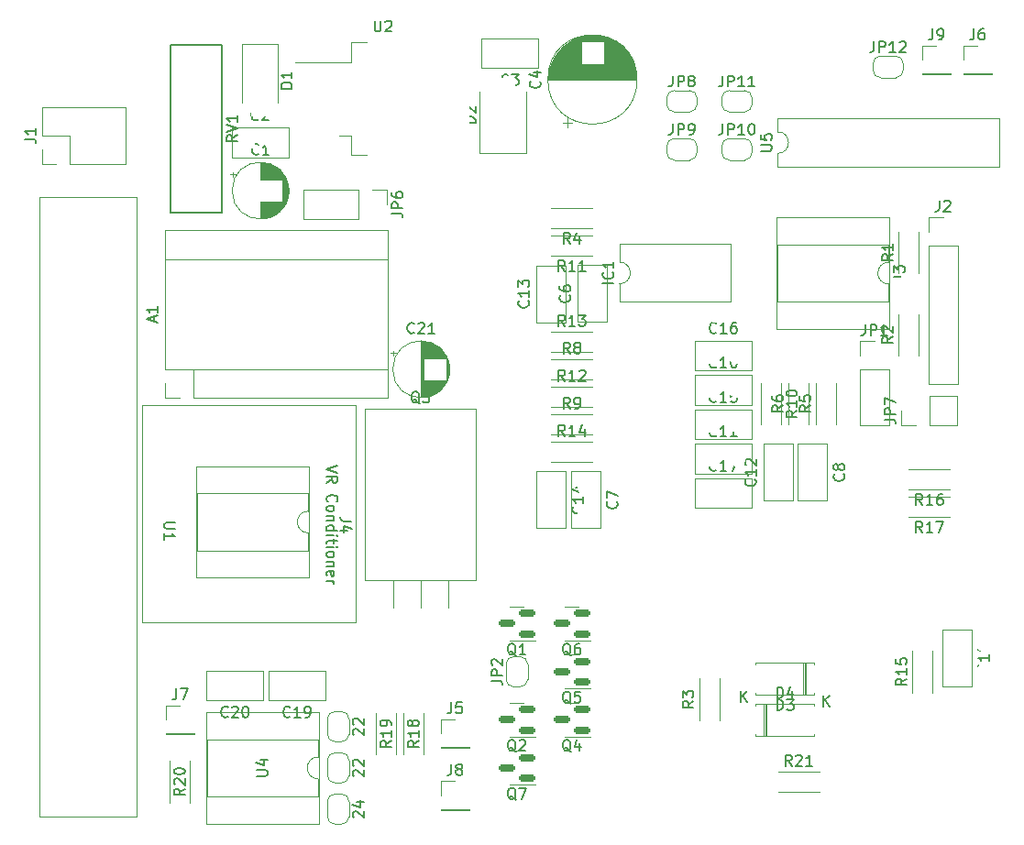
<source format=gto>
G04 #@! TF.GenerationSoftware,KiCad,Pcbnew,(6.0.1)*
G04 #@! TF.CreationDate,2022-02-28T18:52:36-05:00*
G04 #@! TF.ProjectId,klxecu,6b6c7865-6375-42e6-9b69-6361645f7063,rev?*
G04 #@! TF.SameCoordinates,Original*
G04 #@! TF.FileFunction,Legend,Top*
G04 #@! TF.FilePolarity,Positive*
%FSLAX46Y46*%
G04 Gerber Fmt 4.6, Leading zero omitted, Abs format (unit mm)*
G04 Created by KiCad (PCBNEW (6.0.1)) date 2022-02-28 18:52:36*
%MOMM*%
%LPD*%
G01*
G04 APERTURE LIST*
G04 Aperture macros list*
%AMRoundRect*
0 Rectangle with rounded corners*
0 $1 Rounding radius*
0 $2 $3 $4 $5 $6 $7 $8 $9 X,Y pos of 4 corners*
0 Add a 4 corners polygon primitive as box body*
4,1,4,$2,$3,$4,$5,$6,$7,$8,$9,$2,$3,0*
0 Add four circle primitives for the rounded corners*
1,1,$1+$1,$2,$3*
1,1,$1+$1,$4,$5*
1,1,$1+$1,$6,$7*
1,1,$1+$1,$8,$9*
0 Add four rect primitives between the rounded corners*
20,1,$1+$1,$2,$3,$4,$5,0*
20,1,$1+$1,$4,$5,$6,$7,0*
20,1,$1+$1,$6,$7,$8,$9,0*
20,1,$1+$1,$8,$9,$2,$3,0*%
%AMFreePoly0*
4,1,22,0.500000,-0.750000,0.000000,-0.750000,0.000000,-0.745033,-0.079941,-0.743568,-0.215256,-0.701293,-0.333266,-0.622738,-0.424486,-0.514219,-0.481581,-0.384460,-0.499164,-0.250000,-0.500000,-0.250000,-0.500000,0.250000,-0.499164,0.250000,-0.499963,0.256109,-0.478152,0.396186,-0.417904,0.524511,-0.324060,0.630769,-0.204165,0.706417,-0.067858,0.745374,0.000000,0.744959,0.000000,0.750000,
0.500000,0.750000,0.500000,-0.750000,0.500000,-0.750000,$1*%
%AMFreePoly1*
4,1,20,0.000000,0.744959,0.073905,0.744508,0.209726,0.703889,0.328688,0.626782,0.421226,0.519385,0.479903,0.390333,0.500000,0.250000,0.500000,-0.250000,0.499851,-0.262216,0.476331,-0.402017,0.414519,-0.529596,0.319384,-0.634700,0.198574,-0.708877,0.061801,-0.746166,0.000000,-0.745033,0.000000,-0.750000,-0.500000,-0.750000,-0.500000,0.750000,0.000000,0.750000,0.000000,0.744959,
0.000000,0.744959,$1*%
G04 Aperture macros list end*
%ADD10C,0.150000*%
%ADD11C,0.120000*%
%ADD12FreePoly0,0.000000*%
%ADD13FreePoly1,0.000000*%
%ADD14R,1.700000X1.700000*%
%ADD15C,1.524000*%
%ADD16R,1.600000X2.400000*%
%ADD17O,1.600000X2.400000*%
%ADD18C,1.400000*%
%ADD19O,1.400000X1.400000*%
%ADD20R,1.600000X1.600000*%
%ADD21O,1.600000X1.600000*%
%ADD22R,4.600000X1.100000*%
%ADD23R,9.400000X10.800000*%
%ADD24C,3.800000*%
%ADD25C,1.700000*%
%ADD26C,1.800000*%
%ADD27RoundRect,0.150000X0.587500X0.150000X-0.587500X0.150000X-0.587500X-0.150000X0.587500X-0.150000X0*%
%ADD28O,3.500000X3.500000*%
%ADD29R,1.905000X2.000000*%
%ADD30O,1.905000X2.000000*%
%ADD31O,1.700000X1.700000*%
%ADD32FreePoly1,270.000000*%
%ADD33FreePoly0,270.000000*%
%ADD34FreePoly1,90.000000*%
%ADD35FreePoly0,90.000000*%
%ADD36R,2.200000X2.200000*%
%ADD37O,2.200000X2.200000*%
%ADD38R,2.300000X2.500000*%
%ADD39R,1.800000X2.500000*%
%ADD40C,1.600000*%
G04 APERTURE END LIST*
D10*
X119340476Y-38927380D02*
X119340476Y-39641666D01*
X119292857Y-39784523D01*
X119197619Y-39879761D01*
X119054761Y-39927380D01*
X118959523Y-39927380D01*
X119816666Y-39927380D02*
X119816666Y-38927380D01*
X120197619Y-38927380D01*
X120292857Y-38975000D01*
X120340476Y-39022619D01*
X120388095Y-39117857D01*
X120388095Y-39260714D01*
X120340476Y-39355952D01*
X120292857Y-39403571D01*
X120197619Y-39451190D01*
X119816666Y-39451190D01*
X121340476Y-39927380D02*
X120769047Y-39927380D01*
X121054761Y-39927380D02*
X121054761Y-38927380D01*
X120959523Y-39070238D01*
X120864285Y-39165476D01*
X120769047Y-39213095D01*
X121721428Y-39022619D02*
X121769047Y-38975000D01*
X121864285Y-38927380D01*
X122102380Y-38927380D01*
X122197619Y-38975000D01*
X122245238Y-39022619D01*
X122292857Y-39117857D01*
X122292857Y-39213095D01*
X122245238Y-39355952D01*
X121673809Y-39927380D01*
X122292857Y-39927380D01*
X124761666Y-37762380D02*
X124761666Y-38476666D01*
X124714047Y-38619523D01*
X124618809Y-38714761D01*
X124475952Y-38762380D01*
X124380714Y-38762380D01*
X125285476Y-38762380D02*
X125475952Y-38762380D01*
X125571190Y-38714761D01*
X125618809Y-38667142D01*
X125714047Y-38524285D01*
X125761666Y-38333809D01*
X125761666Y-37952857D01*
X125714047Y-37857619D01*
X125666428Y-37810000D01*
X125571190Y-37762380D01*
X125380714Y-37762380D01*
X125285476Y-37810000D01*
X125237857Y-37857619D01*
X125190238Y-37952857D01*
X125190238Y-38190952D01*
X125237857Y-38286190D01*
X125285476Y-38333809D01*
X125380714Y-38381428D01*
X125571190Y-38381428D01*
X125666428Y-38333809D01*
X125714047Y-38286190D01*
X125761666Y-38190952D01*
X128571666Y-37762380D02*
X128571666Y-38476666D01*
X128524047Y-38619523D01*
X128428809Y-38714761D01*
X128285952Y-38762380D01*
X128190714Y-38762380D01*
X129476428Y-37762380D02*
X129285952Y-37762380D01*
X129190714Y-37810000D01*
X129143095Y-37857619D01*
X129047857Y-38000476D01*
X129000238Y-38190952D01*
X129000238Y-38571904D01*
X129047857Y-38667142D01*
X129095476Y-38714761D01*
X129190714Y-38762380D01*
X129381190Y-38762380D01*
X129476428Y-38714761D01*
X129524047Y-38667142D01*
X129571666Y-38571904D01*
X129571666Y-38333809D01*
X129524047Y-38238571D01*
X129476428Y-38190952D01*
X129381190Y-38143333D01*
X129190714Y-38143333D01*
X129095476Y-38190952D01*
X129047857Y-38238571D01*
X129000238Y-38333809D01*
X108897380Y-49036904D02*
X109706904Y-49036904D01*
X109802142Y-48989285D01*
X109849761Y-48941666D01*
X109897380Y-48846428D01*
X109897380Y-48655952D01*
X109849761Y-48560714D01*
X109802142Y-48513095D01*
X109706904Y-48465476D01*
X108897380Y-48465476D01*
X108897380Y-47513095D02*
X108897380Y-47989285D01*
X109373571Y-48036904D01*
X109325952Y-47989285D01*
X109278333Y-47894047D01*
X109278333Y-47655952D01*
X109325952Y-47560714D01*
X109373571Y-47513095D01*
X109468809Y-47465476D01*
X109706904Y-47465476D01*
X109802142Y-47513095D01*
X109849761Y-47560714D01*
X109897380Y-47655952D01*
X109897380Y-47894047D01*
X109849761Y-47989285D01*
X109802142Y-48036904D01*
X102672380Y-99861666D02*
X102196190Y-100195000D01*
X102672380Y-100433095D02*
X101672380Y-100433095D01*
X101672380Y-100052142D01*
X101720000Y-99956904D01*
X101767619Y-99909285D01*
X101862857Y-99861666D01*
X102005714Y-99861666D01*
X102100952Y-99909285D01*
X102148571Y-99956904D01*
X102196190Y-100052142D01*
X102196190Y-100433095D01*
X101672380Y-99528333D02*
X101672380Y-98909285D01*
X102053333Y-99242619D01*
X102053333Y-99099761D01*
X102100952Y-99004523D01*
X102148571Y-98956904D01*
X102243809Y-98909285D01*
X102481904Y-98909285D01*
X102577142Y-98956904D01*
X102624761Y-99004523D01*
X102672380Y-99099761D01*
X102672380Y-99385476D01*
X102624761Y-99480714D01*
X102577142Y-99528333D01*
X105370476Y-42102380D02*
X105370476Y-42816666D01*
X105322857Y-42959523D01*
X105227619Y-43054761D01*
X105084761Y-43102380D01*
X104989523Y-43102380D01*
X105846666Y-43102380D02*
X105846666Y-42102380D01*
X106227619Y-42102380D01*
X106322857Y-42150000D01*
X106370476Y-42197619D01*
X106418095Y-42292857D01*
X106418095Y-42435714D01*
X106370476Y-42530952D01*
X106322857Y-42578571D01*
X106227619Y-42626190D01*
X105846666Y-42626190D01*
X107370476Y-43102380D02*
X106799047Y-43102380D01*
X107084761Y-43102380D02*
X107084761Y-42102380D01*
X106989523Y-42245238D01*
X106894285Y-42340476D01*
X106799047Y-42388095D01*
X108322857Y-43102380D02*
X107751428Y-43102380D01*
X108037142Y-43102380D02*
X108037142Y-42102380D01*
X107941904Y-42245238D01*
X107846666Y-42340476D01*
X107751428Y-42388095D01*
X105370476Y-46547380D02*
X105370476Y-47261666D01*
X105322857Y-47404523D01*
X105227619Y-47499761D01*
X105084761Y-47547380D01*
X104989523Y-47547380D01*
X105846666Y-47547380D02*
X105846666Y-46547380D01*
X106227619Y-46547380D01*
X106322857Y-46595000D01*
X106370476Y-46642619D01*
X106418095Y-46737857D01*
X106418095Y-46880714D01*
X106370476Y-46975952D01*
X106322857Y-47023571D01*
X106227619Y-47071190D01*
X105846666Y-47071190D01*
X107370476Y-47547380D02*
X106799047Y-47547380D01*
X107084761Y-47547380D02*
X107084761Y-46547380D01*
X106989523Y-46690238D01*
X106894285Y-46785476D01*
X106799047Y-46833095D01*
X107989523Y-46547380D02*
X108084761Y-46547380D01*
X108180000Y-46595000D01*
X108227619Y-46642619D01*
X108275238Y-46737857D01*
X108322857Y-46928333D01*
X108322857Y-47166428D01*
X108275238Y-47356904D01*
X108227619Y-47452142D01*
X108180000Y-47499761D01*
X108084761Y-47547380D01*
X107989523Y-47547380D01*
X107894285Y-47499761D01*
X107846666Y-47452142D01*
X107799047Y-47356904D01*
X107751428Y-47166428D01*
X107751428Y-46928333D01*
X107799047Y-46737857D01*
X107846666Y-46642619D01*
X107894285Y-46595000D01*
X107989523Y-46547380D01*
X100766666Y-46547380D02*
X100766666Y-47261666D01*
X100719047Y-47404523D01*
X100623809Y-47499761D01*
X100480952Y-47547380D01*
X100385714Y-47547380D01*
X101242857Y-47547380D02*
X101242857Y-46547380D01*
X101623809Y-46547380D01*
X101719047Y-46595000D01*
X101766666Y-46642619D01*
X101814285Y-46737857D01*
X101814285Y-46880714D01*
X101766666Y-46975952D01*
X101719047Y-47023571D01*
X101623809Y-47071190D01*
X101242857Y-47071190D01*
X102290476Y-47547380D02*
X102480952Y-47547380D01*
X102576190Y-47499761D01*
X102623809Y-47452142D01*
X102719047Y-47309285D01*
X102766666Y-47118809D01*
X102766666Y-46737857D01*
X102719047Y-46642619D01*
X102671428Y-46595000D01*
X102576190Y-46547380D01*
X102385714Y-46547380D01*
X102290476Y-46595000D01*
X102242857Y-46642619D01*
X102195238Y-46737857D01*
X102195238Y-46975952D01*
X102242857Y-47071190D01*
X102290476Y-47118809D01*
X102385714Y-47166428D01*
X102576190Y-47166428D01*
X102671428Y-47118809D01*
X102719047Y-47071190D01*
X102766666Y-46975952D01*
X100766666Y-42102380D02*
X100766666Y-42816666D01*
X100719047Y-42959523D01*
X100623809Y-43054761D01*
X100480952Y-43102380D01*
X100385714Y-43102380D01*
X101242857Y-43102380D02*
X101242857Y-42102380D01*
X101623809Y-42102380D01*
X101719047Y-42150000D01*
X101766666Y-42197619D01*
X101814285Y-42292857D01*
X101814285Y-42435714D01*
X101766666Y-42530952D01*
X101719047Y-42578571D01*
X101623809Y-42626190D01*
X101242857Y-42626190D01*
X102385714Y-42530952D02*
X102290476Y-42483333D01*
X102242857Y-42435714D01*
X102195238Y-42340476D01*
X102195238Y-42292857D01*
X102242857Y-42197619D01*
X102290476Y-42150000D01*
X102385714Y-42102380D01*
X102576190Y-42102380D01*
X102671428Y-42150000D01*
X102719047Y-42197619D01*
X102766666Y-42292857D01*
X102766666Y-42340476D01*
X102719047Y-42435714D01*
X102671428Y-42483333D01*
X102576190Y-42530952D01*
X102385714Y-42530952D01*
X102290476Y-42578571D01*
X102242857Y-42626190D01*
X102195238Y-42721428D01*
X102195238Y-42911904D01*
X102242857Y-43007142D01*
X102290476Y-43054761D01*
X102385714Y-43102380D01*
X102576190Y-43102380D01*
X102671428Y-43054761D01*
X102719047Y-43007142D01*
X102766666Y-42911904D01*
X102766666Y-42721428D01*
X102719047Y-42626190D01*
X102671428Y-42578571D01*
X102576190Y-42530952D01*
X62317380Y-106806904D02*
X63126904Y-106806904D01*
X63222142Y-106759285D01*
X63269761Y-106711666D01*
X63317380Y-106616428D01*
X63317380Y-106425952D01*
X63269761Y-106330714D01*
X63222142Y-106283095D01*
X63126904Y-106235476D01*
X62317380Y-106235476D01*
X62650714Y-105330714D02*
X63317380Y-105330714D01*
X62269761Y-105568809D02*
X62984047Y-105806904D01*
X62984047Y-105187857D01*
X73218095Y-37017380D02*
X73218095Y-37826904D01*
X73265714Y-37922142D01*
X73313333Y-37969761D01*
X73408571Y-38017380D01*
X73599047Y-38017380D01*
X73694285Y-37969761D01*
X73741904Y-37922142D01*
X73789523Y-37826904D01*
X73789523Y-37017380D01*
X74218095Y-37112619D02*
X74265714Y-37065000D01*
X74360952Y-37017380D01*
X74599047Y-37017380D01*
X74694285Y-37065000D01*
X74741904Y-37112619D01*
X74789523Y-37207857D01*
X74789523Y-37303095D01*
X74741904Y-37445952D01*
X74170476Y-38017380D01*
X74789523Y-38017380D01*
X54807619Y-83378095D02*
X53998095Y-83378095D01*
X53902857Y-83425714D01*
X53855238Y-83473333D01*
X53807619Y-83568571D01*
X53807619Y-83759047D01*
X53855238Y-83854285D01*
X53902857Y-83901904D01*
X53998095Y-83949523D01*
X54807619Y-83949523D01*
X53807619Y-84949523D02*
X53807619Y-84378095D01*
X53807619Y-84663809D02*
X54807619Y-84663809D01*
X54664761Y-84568571D01*
X54569523Y-84473333D01*
X54521904Y-84378095D01*
X60557380Y-47585238D02*
X60081190Y-47918571D01*
X60557380Y-48156666D02*
X59557380Y-48156666D01*
X59557380Y-47775714D01*
X59605000Y-47680476D01*
X59652619Y-47632857D01*
X59747857Y-47585238D01*
X59890714Y-47585238D01*
X59985952Y-47632857D01*
X60033571Y-47680476D01*
X60081190Y-47775714D01*
X60081190Y-48156666D01*
X59557380Y-47299523D02*
X60557380Y-46966190D01*
X59557380Y-46632857D01*
X60557380Y-45775714D02*
X60557380Y-46347142D01*
X60557380Y-46061428D02*
X59557380Y-46061428D01*
X59700238Y-46156666D01*
X59795476Y-46251904D01*
X59843095Y-46347142D01*
X111752142Y-105847380D02*
X111418809Y-105371190D01*
X111180714Y-105847380D02*
X111180714Y-104847380D01*
X111561666Y-104847380D01*
X111656904Y-104895000D01*
X111704523Y-104942619D01*
X111752142Y-105037857D01*
X111752142Y-105180714D01*
X111704523Y-105275952D01*
X111656904Y-105323571D01*
X111561666Y-105371190D01*
X111180714Y-105371190D01*
X112133095Y-104942619D02*
X112180714Y-104895000D01*
X112275952Y-104847380D01*
X112514047Y-104847380D01*
X112609285Y-104895000D01*
X112656904Y-104942619D01*
X112704523Y-105037857D01*
X112704523Y-105133095D01*
X112656904Y-105275952D01*
X112085476Y-105847380D01*
X112704523Y-105847380D01*
X113656904Y-105847380D02*
X113085476Y-105847380D01*
X113371190Y-105847380D02*
X113371190Y-104847380D01*
X113275952Y-104990238D01*
X113180714Y-105085476D01*
X113085476Y-105133095D01*
X55697380Y-107957857D02*
X55221190Y-108291190D01*
X55697380Y-108529285D02*
X54697380Y-108529285D01*
X54697380Y-108148333D01*
X54745000Y-108053095D01*
X54792619Y-108005476D01*
X54887857Y-107957857D01*
X55030714Y-107957857D01*
X55125952Y-108005476D01*
X55173571Y-108053095D01*
X55221190Y-108148333D01*
X55221190Y-108529285D01*
X54792619Y-107576904D02*
X54745000Y-107529285D01*
X54697380Y-107434047D01*
X54697380Y-107195952D01*
X54745000Y-107100714D01*
X54792619Y-107053095D01*
X54887857Y-107005476D01*
X54983095Y-107005476D01*
X55125952Y-107053095D01*
X55697380Y-107624523D01*
X55697380Y-107005476D01*
X54697380Y-106386428D02*
X54697380Y-106291190D01*
X54745000Y-106195952D01*
X54792619Y-106148333D01*
X54887857Y-106100714D01*
X55078333Y-106053095D01*
X55316428Y-106053095D01*
X55506904Y-106100714D01*
X55602142Y-106148333D01*
X55649761Y-106195952D01*
X55697380Y-106291190D01*
X55697380Y-106386428D01*
X55649761Y-106481666D01*
X55602142Y-106529285D01*
X55506904Y-106576904D01*
X55316428Y-106624523D01*
X55078333Y-106624523D01*
X54887857Y-106576904D01*
X54792619Y-106529285D01*
X54745000Y-106481666D01*
X54697380Y-106386428D01*
X74747380Y-103512857D02*
X74271190Y-103846190D01*
X74747380Y-104084285D02*
X73747380Y-104084285D01*
X73747380Y-103703333D01*
X73795000Y-103608095D01*
X73842619Y-103560476D01*
X73937857Y-103512857D01*
X74080714Y-103512857D01*
X74175952Y-103560476D01*
X74223571Y-103608095D01*
X74271190Y-103703333D01*
X74271190Y-104084285D01*
X74747380Y-102560476D02*
X74747380Y-103131904D01*
X74747380Y-102846190D02*
X73747380Y-102846190D01*
X73890238Y-102941428D01*
X73985476Y-103036666D01*
X74033095Y-103131904D01*
X74747380Y-102084285D02*
X74747380Y-101893809D01*
X74699761Y-101798571D01*
X74652142Y-101750952D01*
X74509285Y-101655714D01*
X74318809Y-101608095D01*
X73937857Y-101608095D01*
X73842619Y-101655714D01*
X73795000Y-101703333D01*
X73747380Y-101798571D01*
X73747380Y-101989047D01*
X73795000Y-102084285D01*
X73842619Y-102131904D01*
X73937857Y-102179523D01*
X74175952Y-102179523D01*
X74271190Y-102131904D01*
X74318809Y-102084285D01*
X74366428Y-101989047D01*
X74366428Y-101798571D01*
X74318809Y-101703333D01*
X74271190Y-101655714D01*
X74175952Y-101608095D01*
X77287380Y-103512857D02*
X76811190Y-103846190D01*
X77287380Y-104084285D02*
X76287380Y-104084285D01*
X76287380Y-103703333D01*
X76335000Y-103608095D01*
X76382619Y-103560476D01*
X76477857Y-103512857D01*
X76620714Y-103512857D01*
X76715952Y-103560476D01*
X76763571Y-103608095D01*
X76811190Y-103703333D01*
X76811190Y-104084285D01*
X77287380Y-102560476D02*
X77287380Y-103131904D01*
X77287380Y-102846190D02*
X76287380Y-102846190D01*
X76430238Y-102941428D01*
X76525476Y-103036666D01*
X76573095Y-103131904D01*
X76715952Y-101989047D02*
X76668333Y-102084285D01*
X76620714Y-102131904D01*
X76525476Y-102179523D01*
X76477857Y-102179523D01*
X76382619Y-102131904D01*
X76335000Y-102084285D01*
X76287380Y-101989047D01*
X76287380Y-101798571D01*
X76335000Y-101703333D01*
X76382619Y-101655714D01*
X76477857Y-101608095D01*
X76525476Y-101608095D01*
X76620714Y-101655714D01*
X76668333Y-101703333D01*
X76715952Y-101798571D01*
X76715952Y-101989047D01*
X76763571Y-102084285D01*
X76811190Y-102131904D01*
X76906428Y-102179523D01*
X77096904Y-102179523D01*
X77192142Y-102131904D01*
X77239761Y-102084285D01*
X77287380Y-101989047D01*
X77287380Y-101798571D01*
X77239761Y-101703333D01*
X77192142Y-101655714D01*
X77096904Y-101608095D01*
X76906428Y-101608095D01*
X76811190Y-101655714D01*
X76763571Y-101703333D01*
X76715952Y-101798571D01*
X123817142Y-84287380D02*
X123483809Y-83811190D01*
X123245714Y-84287380D02*
X123245714Y-83287380D01*
X123626666Y-83287380D01*
X123721904Y-83335000D01*
X123769523Y-83382619D01*
X123817142Y-83477857D01*
X123817142Y-83620714D01*
X123769523Y-83715952D01*
X123721904Y-83763571D01*
X123626666Y-83811190D01*
X123245714Y-83811190D01*
X124769523Y-84287380D02*
X124198095Y-84287380D01*
X124483809Y-84287380D02*
X124483809Y-83287380D01*
X124388571Y-83430238D01*
X124293333Y-83525476D01*
X124198095Y-83573095D01*
X125102857Y-83287380D02*
X125769523Y-83287380D01*
X125340952Y-84287380D01*
X123817142Y-81747380D02*
X123483809Y-81271190D01*
X123245714Y-81747380D02*
X123245714Y-80747380D01*
X123626666Y-80747380D01*
X123721904Y-80795000D01*
X123769523Y-80842619D01*
X123817142Y-80937857D01*
X123817142Y-81080714D01*
X123769523Y-81175952D01*
X123721904Y-81223571D01*
X123626666Y-81271190D01*
X123245714Y-81271190D01*
X124769523Y-81747380D02*
X124198095Y-81747380D01*
X124483809Y-81747380D02*
X124483809Y-80747380D01*
X124388571Y-80890238D01*
X124293333Y-80985476D01*
X124198095Y-81033095D01*
X125626666Y-80747380D02*
X125436190Y-80747380D01*
X125340952Y-80795000D01*
X125293333Y-80842619D01*
X125198095Y-80985476D01*
X125150476Y-81175952D01*
X125150476Y-81556904D01*
X125198095Y-81652142D01*
X125245714Y-81699761D01*
X125340952Y-81747380D01*
X125531428Y-81747380D01*
X125626666Y-81699761D01*
X125674285Y-81652142D01*
X125721904Y-81556904D01*
X125721904Y-81318809D01*
X125674285Y-81223571D01*
X125626666Y-81175952D01*
X125531428Y-81128333D01*
X125340952Y-81128333D01*
X125245714Y-81175952D01*
X125198095Y-81223571D01*
X125150476Y-81318809D01*
X122357380Y-97797857D02*
X121881190Y-98131190D01*
X122357380Y-98369285D02*
X121357380Y-98369285D01*
X121357380Y-97988333D01*
X121405000Y-97893095D01*
X121452619Y-97845476D01*
X121547857Y-97797857D01*
X121690714Y-97797857D01*
X121785952Y-97845476D01*
X121833571Y-97893095D01*
X121881190Y-97988333D01*
X121881190Y-98369285D01*
X122357380Y-96845476D02*
X122357380Y-97416904D01*
X122357380Y-97131190D02*
X121357380Y-97131190D01*
X121500238Y-97226428D01*
X121595476Y-97321666D01*
X121643095Y-97416904D01*
X121357380Y-95940714D02*
X121357380Y-96416904D01*
X121833571Y-96464523D01*
X121785952Y-96416904D01*
X121738333Y-96321666D01*
X121738333Y-96083571D01*
X121785952Y-95988333D01*
X121833571Y-95940714D01*
X121928809Y-95893095D01*
X122166904Y-95893095D01*
X122262142Y-95940714D01*
X122309761Y-95988333D01*
X122357380Y-96083571D01*
X122357380Y-96321666D01*
X122309761Y-96416904D01*
X122262142Y-96464523D01*
X90797142Y-75367380D02*
X90463809Y-74891190D01*
X90225714Y-75367380D02*
X90225714Y-74367380D01*
X90606666Y-74367380D01*
X90701904Y-74415000D01*
X90749523Y-74462619D01*
X90797142Y-74557857D01*
X90797142Y-74700714D01*
X90749523Y-74795952D01*
X90701904Y-74843571D01*
X90606666Y-74891190D01*
X90225714Y-74891190D01*
X91749523Y-75367380D02*
X91178095Y-75367380D01*
X91463809Y-75367380D02*
X91463809Y-74367380D01*
X91368571Y-74510238D01*
X91273333Y-74605476D01*
X91178095Y-74653095D01*
X92606666Y-74700714D02*
X92606666Y-75367380D01*
X92368571Y-74319761D02*
X92130476Y-75034047D01*
X92749523Y-75034047D01*
X90797142Y-65207380D02*
X90463809Y-64731190D01*
X90225714Y-65207380D02*
X90225714Y-64207380D01*
X90606666Y-64207380D01*
X90701904Y-64255000D01*
X90749523Y-64302619D01*
X90797142Y-64397857D01*
X90797142Y-64540714D01*
X90749523Y-64635952D01*
X90701904Y-64683571D01*
X90606666Y-64731190D01*
X90225714Y-64731190D01*
X91749523Y-65207380D02*
X91178095Y-65207380D01*
X91463809Y-65207380D02*
X91463809Y-64207380D01*
X91368571Y-64350238D01*
X91273333Y-64445476D01*
X91178095Y-64493095D01*
X92082857Y-64207380D02*
X92701904Y-64207380D01*
X92368571Y-64588333D01*
X92511428Y-64588333D01*
X92606666Y-64635952D01*
X92654285Y-64683571D01*
X92701904Y-64778809D01*
X92701904Y-65016904D01*
X92654285Y-65112142D01*
X92606666Y-65159761D01*
X92511428Y-65207380D01*
X92225714Y-65207380D01*
X92130476Y-65159761D01*
X92082857Y-65112142D01*
X90797142Y-70287380D02*
X90463809Y-69811190D01*
X90225714Y-70287380D02*
X90225714Y-69287380D01*
X90606666Y-69287380D01*
X90701904Y-69335000D01*
X90749523Y-69382619D01*
X90797142Y-69477857D01*
X90797142Y-69620714D01*
X90749523Y-69715952D01*
X90701904Y-69763571D01*
X90606666Y-69811190D01*
X90225714Y-69811190D01*
X91749523Y-70287380D02*
X91178095Y-70287380D01*
X91463809Y-70287380D02*
X91463809Y-69287380D01*
X91368571Y-69430238D01*
X91273333Y-69525476D01*
X91178095Y-69573095D01*
X92130476Y-69382619D02*
X92178095Y-69335000D01*
X92273333Y-69287380D01*
X92511428Y-69287380D01*
X92606666Y-69335000D01*
X92654285Y-69382619D01*
X92701904Y-69477857D01*
X92701904Y-69573095D01*
X92654285Y-69715952D01*
X92082857Y-70287380D01*
X92701904Y-70287380D01*
X90797142Y-60157380D02*
X90463809Y-59681190D01*
X90225714Y-60157380D02*
X90225714Y-59157380D01*
X90606666Y-59157380D01*
X90701904Y-59205000D01*
X90749523Y-59252619D01*
X90797142Y-59347857D01*
X90797142Y-59490714D01*
X90749523Y-59585952D01*
X90701904Y-59633571D01*
X90606666Y-59681190D01*
X90225714Y-59681190D01*
X91749523Y-60157380D02*
X91178095Y-60157380D01*
X91463809Y-60157380D02*
X91463809Y-59157380D01*
X91368571Y-59300238D01*
X91273333Y-59395476D01*
X91178095Y-59443095D01*
X92701904Y-60157380D02*
X92130476Y-60157380D01*
X92416190Y-60157380D02*
X92416190Y-59157380D01*
X92320952Y-59300238D01*
X92225714Y-59395476D01*
X92130476Y-59443095D01*
X112227380Y-73032857D02*
X111751190Y-73366190D01*
X112227380Y-73604285D02*
X111227380Y-73604285D01*
X111227380Y-73223333D01*
X111275000Y-73128095D01*
X111322619Y-73080476D01*
X111417857Y-73032857D01*
X111560714Y-73032857D01*
X111655952Y-73080476D01*
X111703571Y-73128095D01*
X111751190Y-73223333D01*
X111751190Y-73604285D01*
X112227380Y-72080476D02*
X112227380Y-72651904D01*
X112227380Y-72366190D02*
X111227380Y-72366190D01*
X111370238Y-72461428D01*
X111465476Y-72556666D01*
X111513095Y-72651904D01*
X111227380Y-71461428D02*
X111227380Y-71366190D01*
X111275000Y-71270952D01*
X111322619Y-71223333D01*
X111417857Y-71175714D01*
X111608333Y-71128095D01*
X111846428Y-71128095D01*
X112036904Y-71175714D01*
X112132142Y-71223333D01*
X112179761Y-71270952D01*
X112227380Y-71366190D01*
X112227380Y-71461428D01*
X112179761Y-71556666D01*
X112132142Y-71604285D01*
X112036904Y-71651904D01*
X111846428Y-71699523D01*
X111608333Y-71699523D01*
X111417857Y-71651904D01*
X111322619Y-71604285D01*
X111275000Y-71556666D01*
X111227380Y-71461428D01*
X91273333Y-72827380D02*
X90940000Y-72351190D01*
X90701904Y-72827380D02*
X90701904Y-71827380D01*
X91082857Y-71827380D01*
X91178095Y-71875000D01*
X91225714Y-71922619D01*
X91273333Y-72017857D01*
X91273333Y-72160714D01*
X91225714Y-72255952D01*
X91178095Y-72303571D01*
X91082857Y-72351190D01*
X90701904Y-72351190D01*
X91749523Y-72827380D02*
X91940000Y-72827380D01*
X92035238Y-72779761D01*
X92082857Y-72732142D01*
X92178095Y-72589285D01*
X92225714Y-72398809D01*
X92225714Y-72017857D01*
X92178095Y-71922619D01*
X92130476Y-71875000D01*
X92035238Y-71827380D01*
X91844761Y-71827380D01*
X91749523Y-71875000D01*
X91701904Y-71922619D01*
X91654285Y-72017857D01*
X91654285Y-72255952D01*
X91701904Y-72351190D01*
X91749523Y-72398809D01*
X91844761Y-72446428D01*
X92035238Y-72446428D01*
X92130476Y-72398809D01*
X92178095Y-72351190D01*
X92225714Y-72255952D01*
X91273333Y-67747380D02*
X90940000Y-67271190D01*
X90701904Y-67747380D02*
X90701904Y-66747380D01*
X91082857Y-66747380D01*
X91178095Y-66795000D01*
X91225714Y-66842619D01*
X91273333Y-66937857D01*
X91273333Y-67080714D01*
X91225714Y-67175952D01*
X91178095Y-67223571D01*
X91082857Y-67271190D01*
X90701904Y-67271190D01*
X91844761Y-67175952D02*
X91749523Y-67128333D01*
X91701904Y-67080714D01*
X91654285Y-66985476D01*
X91654285Y-66937857D01*
X91701904Y-66842619D01*
X91749523Y-66795000D01*
X91844761Y-66747380D01*
X92035238Y-66747380D01*
X92130476Y-66795000D01*
X92178095Y-66842619D01*
X92225714Y-66937857D01*
X92225714Y-66985476D01*
X92178095Y-67080714D01*
X92130476Y-67128333D01*
X92035238Y-67175952D01*
X91844761Y-67175952D01*
X91749523Y-67223571D01*
X91701904Y-67271190D01*
X91654285Y-67366428D01*
X91654285Y-67556904D01*
X91701904Y-67652142D01*
X91749523Y-67699761D01*
X91844761Y-67747380D01*
X92035238Y-67747380D01*
X92130476Y-67699761D01*
X92178095Y-67652142D01*
X92225714Y-67556904D01*
X92225714Y-67366428D01*
X92178095Y-67271190D01*
X92130476Y-67223571D01*
X92035238Y-67175952D01*
X110927380Y-72556666D02*
X110451190Y-72890000D01*
X110927380Y-73128095D02*
X109927380Y-73128095D01*
X109927380Y-72747142D01*
X109975000Y-72651904D01*
X110022619Y-72604285D01*
X110117857Y-72556666D01*
X110260714Y-72556666D01*
X110355952Y-72604285D01*
X110403571Y-72651904D01*
X110451190Y-72747142D01*
X110451190Y-73128095D01*
X109927380Y-71699523D02*
X109927380Y-71890000D01*
X109975000Y-71985238D01*
X110022619Y-72032857D01*
X110165476Y-72128095D01*
X110355952Y-72175714D01*
X110736904Y-72175714D01*
X110832142Y-72128095D01*
X110879761Y-72080476D01*
X110927380Y-71985238D01*
X110927380Y-71794761D01*
X110879761Y-71699523D01*
X110832142Y-71651904D01*
X110736904Y-71604285D01*
X110498809Y-71604285D01*
X110403571Y-71651904D01*
X110355952Y-71699523D01*
X110308333Y-71794761D01*
X110308333Y-71985238D01*
X110355952Y-72080476D01*
X110403571Y-72128095D01*
X110498809Y-72175714D01*
X113467380Y-72556666D02*
X112991190Y-72890000D01*
X113467380Y-73128095D02*
X112467380Y-73128095D01*
X112467380Y-72747142D01*
X112515000Y-72651904D01*
X112562619Y-72604285D01*
X112657857Y-72556666D01*
X112800714Y-72556666D01*
X112895952Y-72604285D01*
X112943571Y-72651904D01*
X112991190Y-72747142D01*
X112991190Y-73128095D01*
X112467380Y-71651904D02*
X112467380Y-72128095D01*
X112943571Y-72175714D01*
X112895952Y-72128095D01*
X112848333Y-72032857D01*
X112848333Y-71794761D01*
X112895952Y-71699523D01*
X112943571Y-71651904D01*
X113038809Y-71604285D01*
X113276904Y-71604285D01*
X113372142Y-71651904D01*
X113419761Y-71699523D01*
X113467380Y-71794761D01*
X113467380Y-72032857D01*
X113419761Y-72128095D01*
X113372142Y-72175714D01*
X91273333Y-57617380D02*
X90940000Y-57141190D01*
X90701904Y-57617380D02*
X90701904Y-56617380D01*
X91082857Y-56617380D01*
X91178095Y-56665000D01*
X91225714Y-56712619D01*
X91273333Y-56807857D01*
X91273333Y-56950714D01*
X91225714Y-57045952D01*
X91178095Y-57093571D01*
X91082857Y-57141190D01*
X90701904Y-57141190D01*
X92130476Y-56950714D02*
X92130476Y-57617380D01*
X91892380Y-56569761D02*
X91654285Y-57284047D01*
X92273333Y-57284047D01*
X121087380Y-66206666D02*
X120611190Y-66540000D01*
X121087380Y-66778095D02*
X120087380Y-66778095D01*
X120087380Y-66397142D01*
X120135000Y-66301904D01*
X120182619Y-66254285D01*
X120277857Y-66206666D01*
X120420714Y-66206666D01*
X120515952Y-66254285D01*
X120563571Y-66301904D01*
X120611190Y-66397142D01*
X120611190Y-66778095D01*
X120182619Y-65825714D02*
X120135000Y-65778095D01*
X120087380Y-65682857D01*
X120087380Y-65444761D01*
X120135000Y-65349523D01*
X120182619Y-65301904D01*
X120277857Y-65254285D01*
X120373095Y-65254285D01*
X120515952Y-65301904D01*
X121087380Y-65873333D01*
X121087380Y-65254285D01*
X121087380Y-58586666D02*
X120611190Y-58920000D01*
X121087380Y-59158095D02*
X120087380Y-59158095D01*
X120087380Y-58777142D01*
X120135000Y-58681904D01*
X120182619Y-58634285D01*
X120277857Y-58586666D01*
X120420714Y-58586666D01*
X120515952Y-58634285D01*
X120563571Y-58681904D01*
X120611190Y-58777142D01*
X120611190Y-59158095D01*
X121087380Y-57634285D02*
X121087380Y-58205714D01*
X121087380Y-57920000D02*
X120087380Y-57920000D01*
X120230238Y-58015238D01*
X120325476Y-58110476D01*
X120373095Y-58205714D01*
X86264761Y-108992619D02*
X86169523Y-108945000D01*
X86074285Y-108849761D01*
X85931428Y-108706904D01*
X85836190Y-108659285D01*
X85740952Y-108659285D01*
X85788571Y-108897380D02*
X85693333Y-108849761D01*
X85598095Y-108754523D01*
X85550476Y-108564047D01*
X85550476Y-108230714D01*
X85598095Y-108040238D01*
X85693333Y-107945000D01*
X85788571Y-107897380D01*
X85979047Y-107897380D01*
X86074285Y-107945000D01*
X86169523Y-108040238D01*
X86217142Y-108230714D01*
X86217142Y-108564047D01*
X86169523Y-108754523D01*
X86074285Y-108849761D01*
X85979047Y-108897380D01*
X85788571Y-108897380D01*
X86550476Y-107897380D02*
X87217142Y-107897380D01*
X86788571Y-108897380D01*
X91344761Y-95657619D02*
X91249523Y-95610000D01*
X91154285Y-95514761D01*
X91011428Y-95371904D01*
X90916190Y-95324285D01*
X90820952Y-95324285D01*
X90868571Y-95562380D02*
X90773333Y-95514761D01*
X90678095Y-95419523D01*
X90630476Y-95229047D01*
X90630476Y-94895714D01*
X90678095Y-94705238D01*
X90773333Y-94610000D01*
X90868571Y-94562380D01*
X91059047Y-94562380D01*
X91154285Y-94610000D01*
X91249523Y-94705238D01*
X91297142Y-94895714D01*
X91297142Y-95229047D01*
X91249523Y-95419523D01*
X91154285Y-95514761D01*
X91059047Y-95562380D01*
X90868571Y-95562380D01*
X92154285Y-94562380D02*
X91963809Y-94562380D01*
X91868571Y-94610000D01*
X91820952Y-94657619D01*
X91725714Y-94800476D01*
X91678095Y-94990952D01*
X91678095Y-95371904D01*
X91725714Y-95467142D01*
X91773333Y-95514761D01*
X91868571Y-95562380D01*
X92059047Y-95562380D01*
X92154285Y-95514761D01*
X92201904Y-95467142D01*
X92249523Y-95371904D01*
X92249523Y-95133809D01*
X92201904Y-95038571D01*
X92154285Y-94990952D01*
X92059047Y-94943333D01*
X91868571Y-94943333D01*
X91773333Y-94990952D01*
X91725714Y-95038571D01*
X91678095Y-95133809D01*
X91344761Y-100102619D02*
X91249523Y-100055000D01*
X91154285Y-99959761D01*
X91011428Y-99816904D01*
X90916190Y-99769285D01*
X90820952Y-99769285D01*
X90868571Y-100007380D02*
X90773333Y-99959761D01*
X90678095Y-99864523D01*
X90630476Y-99674047D01*
X90630476Y-99340714D01*
X90678095Y-99150238D01*
X90773333Y-99055000D01*
X90868571Y-99007380D01*
X91059047Y-99007380D01*
X91154285Y-99055000D01*
X91249523Y-99150238D01*
X91297142Y-99340714D01*
X91297142Y-99674047D01*
X91249523Y-99864523D01*
X91154285Y-99959761D01*
X91059047Y-100007380D01*
X90868571Y-100007380D01*
X92201904Y-99007380D02*
X91725714Y-99007380D01*
X91678095Y-99483571D01*
X91725714Y-99435952D01*
X91820952Y-99388333D01*
X92059047Y-99388333D01*
X92154285Y-99435952D01*
X92201904Y-99483571D01*
X92249523Y-99578809D01*
X92249523Y-99816904D01*
X92201904Y-99912142D01*
X92154285Y-99959761D01*
X92059047Y-100007380D01*
X91820952Y-100007380D01*
X91725714Y-99959761D01*
X91678095Y-99912142D01*
X91344761Y-104547619D02*
X91249523Y-104500000D01*
X91154285Y-104404761D01*
X91011428Y-104261904D01*
X90916190Y-104214285D01*
X90820952Y-104214285D01*
X90868571Y-104452380D02*
X90773333Y-104404761D01*
X90678095Y-104309523D01*
X90630476Y-104119047D01*
X90630476Y-103785714D01*
X90678095Y-103595238D01*
X90773333Y-103500000D01*
X90868571Y-103452380D01*
X91059047Y-103452380D01*
X91154285Y-103500000D01*
X91249523Y-103595238D01*
X91297142Y-103785714D01*
X91297142Y-104119047D01*
X91249523Y-104309523D01*
X91154285Y-104404761D01*
X91059047Y-104452380D01*
X90868571Y-104452380D01*
X92154285Y-103785714D02*
X92154285Y-104452380D01*
X91916190Y-103404761D02*
X91678095Y-104119047D01*
X92297142Y-104119047D01*
X77374761Y-72382619D02*
X77279523Y-72335000D01*
X77184285Y-72239761D01*
X77041428Y-72096904D01*
X76946190Y-72049285D01*
X76850952Y-72049285D01*
X76898571Y-72287380D02*
X76803333Y-72239761D01*
X76708095Y-72144523D01*
X76660476Y-71954047D01*
X76660476Y-71620714D01*
X76708095Y-71430238D01*
X76803333Y-71335000D01*
X76898571Y-71287380D01*
X77089047Y-71287380D01*
X77184285Y-71335000D01*
X77279523Y-71430238D01*
X77327142Y-71620714D01*
X77327142Y-71954047D01*
X77279523Y-72144523D01*
X77184285Y-72239761D01*
X77089047Y-72287380D01*
X76898571Y-72287380D01*
X77660476Y-71287380D02*
X78279523Y-71287380D01*
X77946190Y-71668333D01*
X78089047Y-71668333D01*
X78184285Y-71715952D01*
X78231904Y-71763571D01*
X78279523Y-71858809D01*
X78279523Y-72096904D01*
X78231904Y-72192142D01*
X78184285Y-72239761D01*
X78089047Y-72287380D01*
X77803333Y-72287380D01*
X77708095Y-72239761D01*
X77660476Y-72192142D01*
X86264761Y-104547619D02*
X86169523Y-104500000D01*
X86074285Y-104404761D01*
X85931428Y-104261904D01*
X85836190Y-104214285D01*
X85740952Y-104214285D01*
X85788571Y-104452380D02*
X85693333Y-104404761D01*
X85598095Y-104309523D01*
X85550476Y-104119047D01*
X85550476Y-103785714D01*
X85598095Y-103595238D01*
X85693333Y-103500000D01*
X85788571Y-103452380D01*
X85979047Y-103452380D01*
X86074285Y-103500000D01*
X86169523Y-103595238D01*
X86217142Y-103785714D01*
X86217142Y-104119047D01*
X86169523Y-104309523D01*
X86074285Y-104404761D01*
X85979047Y-104452380D01*
X85788571Y-104452380D01*
X86598095Y-103547619D02*
X86645714Y-103500000D01*
X86740952Y-103452380D01*
X86979047Y-103452380D01*
X87074285Y-103500000D01*
X87121904Y-103547619D01*
X87169523Y-103642857D01*
X87169523Y-103738095D01*
X87121904Y-103880952D01*
X86550476Y-104452380D01*
X87169523Y-104452380D01*
X86264761Y-95657619D02*
X86169523Y-95610000D01*
X86074285Y-95514761D01*
X85931428Y-95371904D01*
X85836190Y-95324285D01*
X85740952Y-95324285D01*
X85788571Y-95562380D02*
X85693333Y-95514761D01*
X85598095Y-95419523D01*
X85550476Y-95229047D01*
X85550476Y-94895714D01*
X85598095Y-94705238D01*
X85693333Y-94610000D01*
X85788571Y-94562380D01*
X85979047Y-94562380D01*
X86074285Y-94610000D01*
X86169523Y-94705238D01*
X86217142Y-94895714D01*
X86217142Y-95229047D01*
X86169523Y-95419523D01*
X86074285Y-95514761D01*
X85979047Y-95562380D01*
X85788571Y-95562380D01*
X87169523Y-95562380D02*
X86598095Y-95562380D01*
X86883809Y-95562380D02*
X86883809Y-94562380D01*
X86788571Y-94705238D01*
X86693333Y-94800476D01*
X86598095Y-94848095D01*
X120307380Y-73858333D02*
X121021666Y-73858333D01*
X121164523Y-73905952D01*
X121259761Y-74001190D01*
X121307380Y-74144047D01*
X121307380Y-74239285D01*
X121307380Y-73382142D02*
X120307380Y-73382142D01*
X120307380Y-73001190D01*
X120355000Y-72905952D01*
X120402619Y-72858333D01*
X120497857Y-72810714D01*
X120640714Y-72810714D01*
X120735952Y-72858333D01*
X120783571Y-72905952D01*
X120831190Y-73001190D01*
X120831190Y-73382142D01*
X120307380Y-72477380D02*
X120307380Y-71810714D01*
X121307380Y-72239285D01*
X74807380Y-54808333D02*
X75521666Y-54808333D01*
X75664523Y-54855952D01*
X75759761Y-54951190D01*
X75807380Y-55094047D01*
X75807380Y-55189285D01*
X75807380Y-54332142D02*
X74807380Y-54332142D01*
X74807380Y-53951190D01*
X74855000Y-53855952D01*
X74902619Y-53808333D01*
X74997857Y-53760714D01*
X75140714Y-53760714D01*
X75235952Y-53808333D01*
X75283571Y-53855952D01*
X75331190Y-53951190D01*
X75331190Y-54332142D01*
X74807380Y-52903571D02*
X74807380Y-53094047D01*
X74855000Y-53189285D01*
X74902619Y-53236904D01*
X75045476Y-53332142D01*
X75235952Y-53379761D01*
X75616904Y-53379761D01*
X75712142Y-53332142D01*
X75759761Y-53284523D01*
X75807380Y-53189285D01*
X75807380Y-52998809D01*
X75759761Y-52903571D01*
X75712142Y-52855952D01*
X75616904Y-52808333D01*
X75378809Y-52808333D01*
X75283571Y-52855952D01*
X75235952Y-52903571D01*
X75188333Y-52998809D01*
X75188333Y-53189285D01*
X75235952Y-53284523D01*
X75283571Y-53332142D01*
X75378809Y-53379761D01*
X71302619Y-110616904D02*
X71255000Y-110569285D01*
X71207380Y-110474047D01*
X71207380Y-110235952D01*
X71255000Y-110140714D01*
X71302619Y-110093095D01*
X71397857Y-110045476D01*
X71493095Y-110045476D01*
X71635952Y-110093095D01*
X72207380Y-110664523D01*
X72207380Y-110045476D01*
X71540714Y-109188333D02*
X72207380Y-109188333D01*
X71159761Y-109426428D02*
X71874047Y-109664523D01*
X71874047Y-109045476D01*
X71302619Y-106806904D02*
X71255000Y-106759285D01*
X71207380Y-106664047D01*
X71207380Y-106425952D01*
X71255000Y-106330714D01*
X71302619Y-106283095D01*
X71397857Y-106235476D01*
X71493095Y-106235476D01*
X71635952Y-106283095D01*
X72207380Y-106854523D01*
X72207380Y-106235476D01*
X71302619Y-105854523D02*
X71255000Y-105806904D01*
X71207380Y-105711666D01*
X71207380Y-105473571D01*
X71255000Y-105378333D01*
X71302619Y-105330714D01*
X71397857Y-105283095D01*
X71493095Y-105283095D01*
X71635952Y-105330714D01*
X72207380Y-105902142D01*
X72207380Y-105283095D01*
X71302619Y-102996904D02*
X71255000Y-102949285D01*
X71207380Y-102854047D01*
X71207380Y-102615952D01*
X71255000Y-102520714D01*
X71302619Y-102473095D01*
X71397857Y-102425476D01*
X71493095Y-102425476D01*
X71635952Y-102473095D01*
X72207380Y-103044523D01*
X72207380Y-102425476D01*
X71302619Y-102044523D02*
X71255000Y-101996904D01*
X71207380Y-101901666D01*
X71207380Y-101663571D01*
X71255000Y-101568333D01*
X71302619Y-101520714D01*
X71397857Y-101473095D01*
X71493095Y-101473095D01*
X71635952Y-101520714D01*
X72207380Y-102092142D01*
X72207380Y-101473095D01*
X84012380Y-97988333D02*
X84726666Y-97988333D01*
X84869523Y-98035952D01*
X84964761Y-98131190D01*
X85012380Y-98274047D01*
X85012380Y-98369285D01*
X85012380Y-97512142D02*
X84012380Y-97512142D01*
X84012380Y-97131190D01*
X84060000Y-97035952D01*
X84107619Y-96988333D01*
X84202857Y-96940714D01*
X84345714Y-96940714D01*
X84440952Y-96988333D01*
X84488571Y-97035952D01*
X84536190Y-97131190D01*
X84536190Y-97512142D01*
X84107619Y-96559761D02*
X84060000Y-96512142D01*
X84012380Y-96416904D01*
X84012380Y-96178809D01*
X84060000Y-96083571D01*
X84107619Y-96035952D01*
X84202857Y-95988333D01*
X84298095Y-95988333D01*
X84440952Y-96035952D01*
X85012380Y-96607380D01*
X85012380Y-95988333D01*
X118546666Y-65082380D02*
X118546666Y-65796666D01*
X118499047Y-65939523D01*
X118403809Y-66034761D01*
X118260952Y-66082380D01*
X118165714Y-66082380D01*
X119022857Y-66082380D02*
X119022857Y-65082380D01*
X119403809Y-65082380D01*
X119499047Y-65130000D01*
X119546666Y-65177619D01*
X119594285Y-65272857D01*
X119594285Y-65415714D01*
X119546666Y-65510952D01*
X119499047Y-65558571D01*
X119403809Y-65606190D01*
X119022857Y-65606190D01*
X120546666Y-66082380D02*
X119975238Y-66082380D01*
X120260952Y-66082380D02*
X120260952Y-65082380D01*
X120165714Y-65225238D01*
X120070476Y-65320476D01*
X119975238Y-65368095D01*
X80311666Y-105707380D02*
X80311666Y-106421666D01*
X80264047Y-106564523D01*
X80168809Y-106659761D01*
X80025952Y-106707380D01*
X79930714Y-106707380D01*
X80930714Y-106135952D02*
X80835476Y-106088333D01*
X80787857Y-106040714D01*
X80740238Y-105945476D01*
X80740238Y-105897857D01*
X80787857Y-105802619D01*
X80835476Y-105755000D01*
X80930714Y-105707380D01*
X81121190Y-105707380D01*
X81216428Y-105755000D01*
X81264047Y-105802619D01*
X81311666Y-105897857D01*
X81311666Y-105945476D01*
X81264047Y-106040714D01*
X81216428Y-106088333D01*
X81121190Y-106135952D01*
X80930714Y-106135952D01*
X80835476Y-106183571D01*
X80787857Y-106231190D01*
X80740238Y-106326428D01*
X80740238Y-106516904D01*
X80787857Y-106612142D01*
X80835476Y-106659761D01*
X80930714Y-106707380D01*
X81121190Y-106707380D01*
X81216428Y-106659761D01*
X81264047Y-106612142D01*
X81311666Y-106516904D01*
X81311666Y-106326428D01*
X81264047Y-106231190D01*
X81216428Y-106183571D01*
X81121190Y-106135952D01*
X54911666Y-98722380D02*
X54911666Y-99436666D01*
X54864047Y-99579523D01*
X54768809Y-99674761D01*
X54625952Y-99722380D01*
X54530714Y-99722380D01*
X55292619Y-98722380D02*
X55959285Y-98722380D01*
X55530714Y-99722380D01*
X80311666Y-99992380D02*
X80311666Y-100706666D01*
X80264047Y-100849523D01*
X80168809Y-100944761D01*
X80025952Y-100992380D01*
X79930714Y-100992380D01*
X81264047Y-99992380D02*
X80787857Y-99992380D01*
X80740238Y-100468571D01*
X80787857Y-100420952D01*
X80883095Y-100373333D01*
X81121190Y-100373333D01*
X81216428Y-100420952D01*
X81264047Y-100468571D01*
X81311666Y-100563809D01*
X81311666Y-100801904D01*
X81264047Y-100897142D01*
X81216428Y-100944761D01*
X81121190Y-100992380D01*
X80883095Y-100992380D01*
X80787857Y-100944761D01*
X80740238Y-100897142D01*
X71077619Y-83251666D02*
X70363333Y-83251666D01*
X70220476Y-83204047D01*
X70125238Y-83108809D01*
X70077619Y-82965952D01*
X70077619Y-82870714D01*
X70744285Y-84156428D02*
X70077619Y-84156428D01*
X71125238Y-83918333D02*
X70410952Y-83680238D01*
X70410952Y-84299285D01*
X69807619Y-78108809D02*
X68807619Y-78442142D01*
X69807619Y-78775476D01*
X68807619Y-79680238D02*
X69283809Y-79346904D01*
X68807619Y-79108809D02*
X69807619Y-79108809D01*
X69807619Y-79489761D01*
X69760000Y-79585000D01*
X69712380Y-79632619D01*
X69617142Y-79680238D01*
X69474285Y-79680238D01*
X69379047Y-79632619D01*
X69331428Y-79585000D01*
X69283809Y-79489761D01*
X69283809Y-79108809D01*
X68902857Y-81442142D02*
X68855238Y-81394523D01*
X68807619Y-81251666D01*
X68807619Y-81156428D01*
X68855238Y-81013571D01*
X68950476Y-80918333D01*
X69045714Y-80870714D01*
X69236190Y-80823095D01*
X69379047Y-80823095D01*
X69569523Y-80870714D01*
X69664761Y-80918333D01*
X69760000Y-81013571D01*
X69807619Y-81156428D01*
X69807619Y-81251666D01*
X69760000Y-81394523D01*
X69712380Y-81442142D01*
X68807619Y-82013571D02*
X68855238Y-81918333D01*
X68902857Y-81870714D01*
X68998095Y-81823095D01*
X69283809Y-81823095D01*
X69379047Y-81870714D01*
X69426666Y-81918333D01*
X69474285Y-82013571D01*
X69474285Y-82156428D01*
X69426666Y-82251666D01*
X69379047Y-82299285D01*
X69283809Y-82346904D01*
X68998095Y-82346904D01*
X68902857Y-82299285D01*
X68855238Y-82251666D01*
X68807619Y-82156428D01*
X68807619Y-82013571D01*
X69474285Y-82775476D02*
X68807619Y-82775476D01*
X69379047Y-82775476D02*
X69426666Y-82823095D01*
X69474285Y-82918333D01*
X69474285Y-83061190D01*
X69426666Y-83156428D01*
X69331428Y-83204047D01*
X68807619Y-83204047D01*
X68807619Y-84108809D02*
X69807619Y-84108809D01*
X68855238Y-84108809D02*
X68807619Y-84013571D01*
X68807619Y-83823095D01*
X68855238Y-83727857D01*
X68902857Y-83680238D01*
X68998095Y-83632619D01*
X69283809Y-83632619D01*
X69379047Y-83680238D01*
X69426666Y-83727857D01*
X69474285Y-83823095D01*
X69474285Y-84013571D01*
X69426666Y-84108809D01*
X68807619Y-84585000D02*
X69474285Y-84585000D01*
X69807619Y-84585000D02*
X69760000Y-84537380D01*
X69712380Y-84585000D01*
X69760000Y-84632619D01*
X69807619Y-84585000D01*
X69712380Y-84585000D01*
X69474285Y-84918333D02*
X69474285Y-85299285D01*
X69807619Y-85061190D02*
X68950476Y-85061190D01*
X68855238Y-85108809D01*
X68807619Y-85204047D01*
X68807619Y-85299285D01*
X68807619Y-85632619D02*
X69474285Y-85632619D01*
X69807619Y-85632619D02*
X69760000Y-85585000D01*
X69712380Y-85632619D01*
X69760000Y-85680238D01*
X69807619Y-85632619D01*
X69712380Y-85632619D01*
X68807619Y-86251666D02*
X68855238Y-86156428D01*
X68902857Y-86108809D01*
X68998095Y-86061190D01*
X69283809Y-86061190D01*
X69379047Y-86108809D01*
X69426666Y-86156428D01*
X69474285Y-86251666D01*
X69474285Y-86394523D01*
X69426666Y-86489761D01*
X69379047Y-86537380D01*
X69283809Y-86585000D01*
X68998095Y-86585000D01*
X68902857Y-86537380D01*
X68855238Y-86489761D01*
X68807619Y-86394523D01*
X68807619Y-86251666D01*
X69474285Y-87013571D02*
X68807619Y-87013571D01*
X69379047Y-87013571D02*
X69426666Y-87061190D01*
X69474285Y-87156428D01*
X69474285Y-87299285D01*
X69426666Y-87394523D01*
X69331428Y-87442142D01*
X68807619Y-87442142D01*
X68855238Y-88299285D02*
X68807619Y-88204047D01*
X68807619Y-88013571D01*
X68855238Y-87918333D01*
X68950476Y-87870714D01*
X69331428Y-87870714D01*
X69426666Y-87918333D01*
X69474285Y-88013571D01*
X69474285Y-88204047D01*
X69426666Y-88299285D01*
X69331428Y-88346904D01*
X69236190Y-88346904D01*
X69140952Y-87870714D01*
X68807619Y-88775476D02*
X69474285Y-88775476D01*
X69283809Y-88775476D02*
X69379047Y-88823095D01*
X69426666Y-88870714D01*
X69474285Y-88965952D01*
X69474285Y-89061190D01*
X121152380Y-60668333D02*
X121866666Y-60668333D01*
X122009523Y-60715952D01*
X122104761Y-60811190D01*
X122152380Y-60954047D01*
X122152380Y-61049285D01*
X121152380Y-60287380D02*
X121152380Y-59668333D01*
X121533333Y-60001666D01*
X121533333Y-59858809D01*
X121580952Y-59763571D01*
X121628571Y-59715952D01*
X121723809Y-59668333D01*
X121961904Y-59668333D01*
X122057142Y-59715952D01*
X122104761Y-59763571D01*
X122152380Y-59858809D01*
X122152380Y-60144523D01*
X122104761Y-60239761D01*
X122057142Y-60287380D01*
X125396666Y-53637380D02*
X125396666Y-54351666D01*
X125349047Y-54494523D01*
X125253809Y-54589761D01*
X125110952Y-54637380D01*
X125015714Y-54637380D01*
X125825238Y-53732619D02*
X125872857Y-53685000D01*
X125968095Y-53637380D01*
X126206190Y-53637380D01*
X126301428Y-53685000D01*
X126349047Y-53732619D01*
X126396666Y-53827857D01*
X126396666Y-53923095D01*
X126349047Y-54065952D01*
X125777619Y-54637380D01*
X126396666Y-54637380D01*
X40952380Y-47963333D02*
X41666666Y-47963333D01*
X41809523Y-48010952D01*
X41904761Y-48106190D01*
X41952380Y-48249047D01*
X41952380Y-48344285D01*
X41952380Y-46963333D02*
X41952380Y-47534761D01*
X41952380Y-47249047D02*
X40952380Y-47249047D01*
X41095238Y-47344285D01*
X41190476Y-47439523D01*
X41238095Y-47534761D01*
X95287380Y-61291190D02*
X94287380Y-61291190D01*
X95192142Y-60243571D02*
X95239761Y-60291190D01*
X95287380Y-60434047D01*
X95287380Y-60529285D01*
X95239761Y-60672142D01*
X95144523Y-60767380D01*
X95049285Y-60815000D01*
X94858809Y-60862619D01*
X94715952Y-60862619D01*
X94525476Y-60815000D01*
X94430238Y-60767380D01*
X94335000Y-60672142D01*
X94287380Y-60529285D01*
X94287380Y-60434047D01*
X94335000Y-60291190D01*
X94382619Y-60243571D01*
X95287380Y-59291190D02*
X95287380Y-59862619D01*
X95287380Y-59576904D02*
X94287380Y-59576904D01*
X94430238Y-59672142D01*
X94525476Y-59767380D01*
X94573095Y-59862619D01*
X110386904Y-99582380D02*
X110386904Y-98582380D01*
X110625000Y-98582380D01*
X110767857Y-98630000D01*
X110863095Y-98725238D01*
X110910714Y-98820476D01*
X110958333Y-99010952D01*
X110958333Y-99153809D01*
X110910714Y-99344285D01*
X110863095Y-99439523D01*
X110767857Y-99534761D01*
X110625000Y-99582380D01*
X110386904Y-99582380D01*
X111815476Y-98915714D02*
X111815476Y-99582380D01*
X111577380Y-98534761D02*
X111339285Y-99249047D01*
X111958333Y-99249047D01*
X107053095Y-99952380D02*
X107053095Y-98952380D01*
X107624523Y-99952380D02*
X107195952Y-99380952D01*
X107624523Y-98952380D02*
X107053095Y-99523809D01*
X110386904Y-100712380D02*
X110386904Y-99712380D01*
X110625000Y-99712380D01*
X110767857Y-99760000D01*
X110863095Y-99855238D01*
X110910714Y-99950476D01*
X110958333Y-100140952D01*
X110958333Y-100283809D01*
X110910714Y-100474285D01*
X110863095Y-100569523D01*
X110767857Y-100664761D01*
X110625000Y-100712380D01*
X110386904Y-100712380D01*
X111291666Y-99712380D02*
X111910714Y-99712380D01*
X111577380Y-100093333D01*
X111720238Y-100093333D01*
X111815476Y-100140952D01*
X111863095Y-100188571D01*
X111910714Y-100283809D01*
X111910714Y-100521904D01*
X111863095Y-100617142D01*
X111815476Y-100664761D01*
X111720238Y-100712380D01*
X111434523Y-100712380D01*
X111339285Y-100664761D01*
X111291666Y-100617142D01*
X114673095Y-100342380D02*
X114673095Y-99342380D01*
X115244523Y-100342380D02*
X114815952Y-99770952D01*
X115244523Y-99342380D02*
X114673095Y-99913809D01*
X82542380Y-46458095D02*
X81542380Y-46458095D01*
X81542380Y-46220000D01*
X81590000Y-46077142D01*
X81685238Y-45981904D01*
X81780476Y-45934285D01*
X81970952Y-45886666D01*
X82113809Y-45886666D01*
X82304285Y-45934285D01*
X82399523Y-45981904D01*
X82494761Y-46077142D01*
X82542380Y-46220000D01*
X82542380Y-46458095D01*
X81637619Y-45505714D02*
X81590000Y-45458095D01*
X81542380Y-45362857D01*
X81542380Y-45124761D01*
X81590000Y-45029523D01*
X81637619Y-44981904D01*
X81732857Y-44934285D01*
X81828095Y-44934285D01*
X81970952Y-44981904D01*
X82542380Y-45553333D01*
X82542380Y-44934285D01*
X65587380Y-43283095D02*
X64587380Y-43283095D01*
X64587380Y-43045000D01*
X64635000Y-42902142D01*
X64730238Y-42806904D01*
X64825476Y-42759285D01*
X65015952Y-42711666D01*
X65158809Y-42711666D01*
X65349285Y-42759285D01*
X65444523Y-42806904D01*
X65539761Y-42902142D01*
X65587380Y-43045000D01*
X65587380Y-43283095D01*
X65587380Y-41759285D02*
X65587380Y-42330714D01*
X65587380Y-42045000D02*
X64587380Y-42045000D01*
X64730238Y-42140238D01*
X64825476Y-42235476D01*
X64873095Y-42330714D01*
X76872030Y-65822142D02*
X76824411Y-65869761D01*
X76681554Y-65917380D01*
X76586316Y-65917380D01*
X76443459Y-65869761D01*
X76348221Y-65774523D01*
X76300602Y-65679285D01*
X76252983Y-65488809D01*
X76252983Y-65345952D01*
X76300602Y-65155476D01*
X76348221Y-65060238D01*
X76443459Y-64965000D01*
X76586316Y-64917380D01*
X76681554Y-64917380D01*
X76824411Y-64965000D01*
X76872030Y-65012619D01*
X77252983Y-65012619D02*
X77300602Y-64965000D01*
X77395840Y-64917380D01*
X77633935Y-64917380D01*
X77729173Y-64965000D01*
X77776792Y-65012619D01*
X77824411Y-65107857D01*
X77824411Y-65203095D01*
X77776792Y-65345952D01*
X77205364Y-65917380D01*
X77824411Y-65917380D01*
X78776792Y-65917380D02*
X78205364Y-65917380D01*
X78491078Y-65917380D02*
X78491078Y-64917380D01*
X78395840Y-65060238D01*
X78300602Y-65155476D01*
X78205364Y-65203095D01*
X59672142Y-101272142D02*
X59624523Y-101319761D01*
X59481666Y-101367380D01*
X59386428Y-101367380D01*
X59243571Y-101319761D01*
X59148333Y-101224523D01*
X59100714Y-101129285D01*
X59053095Y-100938809D01*
X59053095Y-100795952D01*
X59100714Y-100605476D01*
X59148333Y-100510238D01*
X59243571Y-100415000D01*
X59386428Y-100367380D01*
X59481666Y-100367380D01*
X59624523Y-100415000D01*
X59672142Y-100462619D01*
X60053095Y-100462619D02*
X60100714Y-100415000D01*
X60195952Y-100367380D01*
X60434047Y-100367380D01*
X60529285Y-100415000D01*
X60576904Y-100462619D01*
X60624523Y-100557857D01*
X60624523Y-100653095D01*
X60576904Y-100795952D01*
X60005476Y-101367380D01*
X60624523Y-101367380D01*
X61243571Y-100367380D02*
X61338809Y-100367380D01*
X61434047Y-100415000D01*
X61481666Y-100462619D01*
X61529285Y-100557857D01*
X61576904Y-100748333D01*
X61576904Y-100986428D01*
X61529285Y-101176904D01*
X61481666Y-101272142D01*
X61434047Y-101319761D01*
X61338809Y-101367380D01*
X61243571Y-101367380D01*
X61148333Y-101319761D01*
X61100714Y-101272142D01*
X61053095Y-101176904D01*
X61005476Y-100986428D01*
X61005476Y-100748333D01*
X61053095Y-100557857D01*
X61100714Y-100462619D01*
X61148333Y-100415000D01*
X61243571Y-100367380D01*
X65407142Y-101272142D02*
X65359523Y-101319761D01*
X65216666Y-101367380D01*
X65121428Y-101367380D01*
X64978571Y-101319761D01*
X64883333Y-101224523D01*
X64835714Y-101129285D01*
X64788095Y-100938809D01*
X64788095Y-100795952D01*
X64835714Y-100605476D01*
X64883333Y-100510238D01*
X64978571Y-100415000D01*
X65121428Y-100367380D01*
X65216666Y-100367380D01*
X65359523Y-100415000D01*
X65407142Y-100462619D01*
X66359523Y-101367380D02*
X65788095Y-101367380D01*
X66073809Y-101367380D02*
X66073809Y-100367380D01*
X65978571Y-100510238D01*
X65883333Y-100605476D01*
X65788095Y-100653095D01*
X66835714Y-101367380D02*
X67026190Y-101367380D01*
X67121428Y-101319761D01*
X67169047Y-101272142D01*
X67264285Y-101129285D01*
X67311904Y-100938809D01*
X67311904Y-100557857D01*
X67264285Y-100462619D01*
X67216666Y-100415000D01*
X67121428Y-100367380D01*
X66930952Y-100367380D01*
X66835714Y-100415000D01*
X66788095Y-100462619D01*
X66740476Y-100557857D01*
X66740476Y-100795952D01*
X66788095Y-100891190D01*
X66835714Y-100938809D01*
X66930952Y-100986428D01*
X67121428Y-100986428D01*
X67216666Y-100938809D01*
X67264285Y-100891190D01*
X67311904Y-100795952D01*
X129857142Y-96547857D02*
X129904761Y-96595476D01*
X129952380Y-96738333D01*
X129952380Y-96833571D01*
X129904761Y-96976428D01*
X129809523Y-97071666D01*
X129714285Y-97119285D01*
X129523809Y-97166904D01*
X129380952Y-97166904D01*
X129190476Y-97119285D01*
X129095238Y-97071666D01*
X129000000Y-96976428D01*
X128952380Y-96833571D01*
X128952380Y-96738333D01*
X129000000Y-96595476D01*
X129047619Y-96547857D01*
X129952380Y-95595476D02*
X129952380Y-96166904D01*
X129952380Y-95881190D02*
X128952380Y-95881190D01*
X129095238Y-95976428D01*
X129190476Y-96071666D01*
X129238095Y-96166904D01*
X129380952Y-95024047D02*
X129333333Y-95119285D01*
X129285714Y-95166904D01*
X129190476Y-95214523D01*
X129142857Y-95214523D01*
X129047619Y-95166904D01*
X129000000Y-95119285D01*
X128952380Y-95024047D01*
X128952380Y-94833571D01*
X129000000Y-94738333D01*
X129047619Y-94690714D01*
X129142857Y-94643095D01*
X129190476Y-94643095D01*
X129285714Y-94690714D01*
X129333333Y-94738333D01*
X129380952Y-94833571D01*
X129380952Y-95024047D01*
X129428571Y-95119285D01*
X129476190Y-95166904D01*
X129571428Y-95214523D01*
X129761904Y-95214523D01*
X129857142Y-95166904D01*
X129904761Y-95119285D01*
X129952380Y-95024047D01*
X129952380Y-94833571D01*
X129904761Y-94738333D01*
X129857142Y-94690714D01*
X129761904Y-94643095D01*
X129571428Y-94643095D01*
X129476190Y-94690714D01*
X129428571Y-94738333D01*
X129380952Y-94833571D01*
X104767142Y-78502142D02*
X104719523Y-78549761D01*
X104576666Y-78597380D01*
X104481428Y-78597380D01*
X104338571Y-78549761D01*
X104243333Y-78454523D01*
X104195714Y-78359285D01*
X104148095Y-78168809D01*
X104148095Y-78025952D01*
X104195714Y-77835476D01*
X104243333Y-77740238D01*
X104338571Y-77645000D01*
X104481428Y-77597380D01*
X104576666Y-77597380D01*
X104719523Y-77645000D01*
X104767142Y-77692619D01*
X105719523Y-78597380D02*
X105148095Y-78597380D01*
X105433809Y-78597380D02*
X105433809Y-77597380D01*
X105338571Y-77740238D01*
X105243333Y-77835476D01*
X105148095Y-77883095D01*
X106052857Y-77597380D02*
X106719523Y-77597380D01*
X106290952Y-78597380D01*
X104787142Y-65802142D02*
X104739523Y-65849761D01*
X104596666Y-65897380D01*
X104501428Y-65897380D01*
X104358571Y-65849761D01*
X104263333Y-65754523D01*
X104215714Y-65659285D01*
X104168095Y-65468809D01*
X104168095Y-65325952D01*
X104215714Y-65135476D01*
X104263333Y-65040238D01*
X104358571Y-64945000D01*
X104501428Y-64897380D01*
X104596666Y-64897380D01*
X104739523Y-64945000D01*
X104787142Y-64992619D01*
X105739523Y-65897380D02*
X105168095Y-65897380D01*
X105453809Y-65897380D02*
X105453809Y-64897380D01*
X105358571Y-65040238D01*
X105263333Y-65135476D01*
X105168095Y-65183095D01*
X106596666Y-64897380D02*
X106406190Y-64897380D01*
X106310952Y-64945000D01*
X106263333Y-64992619D01*
X106168095Y-65135476D01*
X106120476Y-65325952D01*
X106120476Y-65706904D01*
X106168095Y-65802142D01*
X106215714Y-65849761D01*
X106310952Y-65897380D01*
X106501428Y-65897380D01*
X106596666Y-65849761D01*
X106644285Y-65802142D01*
X106691904Y-65706904D01*
X106691904Y-65468809D01*
X106644285Y-65373571D01*
X106596666Y-65325952D01*
X106501428Y-65278333D01*
X106310952Y-65278333D01*
X106215714Y-65325952D01*
X106168095Y-65373571D01*
X106120476Y-65468809D01*
X104767142Y-72152142D02*
X104719523Y-72199761D01*
X104576666Y-72247380D01*
X104481428Y-72247380D01*
X104338571Y-72199761D01*
X104243333Y-72104523D01*
X104195714Y-72009285D01*
X104148095Y-71818809D01*
X104148095Y-71675952D01*
X104195714Y-71485476D01*
X104243333Y-71390238D01*
X104338571Y-71295000D01*
X104481428Y-71247380D01*
X104576666Y-71247380D01*
X104719523Y-71295000D01*
X104767142Y-71342619D01*
X105719523Y-72247380D02*
X105148095Y-72247380D01*
X105433809Y-72247380D02*
X105433809Y-71247380D01*
X105338571Y-71390238D01*
X105243333Y-71485476D01*
X105148095Y-71533095D01*
X106624285Y-71247380D02*
X106148095Y-71247380D01*
X106100476Y-71723571D01*
X106148095Y-71675952D01*
X106243333Y-71628333D01*
X106481428Y-71628333D01*
X106576666Y-71675952D01*
X106624285Y-71723571D01*
X106671904Y-71818809D01*
X106671904Y-72056904D01*
X106624285Y-72152142D01*
X106576666Y-72199761D01*
X106481428Y-72247380D01*
X106243333Y-72247380D01*
X106148095Y-72199761D01*
X106100476Y-72152142D01*
X92392142Y-81922857D02*
X92439761Y-81970476D01*
X92487380Y-82113333D01*
X92487380Y-82208571D01*
X92439761Y-82351428D01*
X92344523Y-82446666D01*
X92249285Y-82494285D01*
X92058809Y-82541904D01*
X91915952Y-82541904D01*
X91725476Y-82494285D01*
X91630238Y-82446666D01*
X91535000Y-82351428D01*
X91487380Y-82208571D01*
X91487380Y-82113333D01*
X91535000Y-81970476D01*
X91582619Y-81922857D01*
X92487380Y-80970476D02*
X92487380Y-81541904D01*
X92487380Y-81256190D02*
X91487380Y-81256190D01*
X91630238Y-81351428D01*
X91725476Y-81446666D01*
X91773095Y-81541904D01*
X91820714Y-80113333D02*
X92487380Y-80113333D01*
X91439761Y-80351428D02*
X92154047Y-80589523D01*
X92154047Y-79970476D01*
X87392142Y-62892857D02*
X87439761Y-62940476D01*
X87487380Y-63083333D01*
X87487380Y-63178571D01*
X87439761Y-63321428D01*
X87344523Y-63416666D01*
X87249285Y-63464285D01*
X87058809Y-63511904D01*
X86915952Y-63511904D01*
X86725476Y-63464285D01*
X86630238Y-63416666D01*
X86535000Y-63321428D01*
X86487380Y-63178571D01*
X86487380Y-63083333D01*
X86535000Y-62940476D01*
X86582619Y-62892857D01*
X87487380Y-61940476D02*
X87487380Y-62511904D01*
X87487380Y-62226190D02*
X86487380Y-62226190D01*
X86630238Y-62321428D01*
X86725476Y-62416666D01*
X86773095Y-62511904D01*
X86487380Y-61607142D02*
X86487380Y-60988095D01*
X86868333Y-61321428D01*
X86868333Y-61178571D01*
X86915952Y-61083333D01*
X86963571Y-61035714D01*
X87058809Y-60988095D01*
X87296904Y-60988095D01*
X87392142Y-61035714D01*
X87439761Y-61083333D01*
X87487380Y-61178571D01*
X87487380Y-61464285D01*
X87439761Y-61559523D01*
X87392142Y-61607142D01*
X108347142Y-79382857D02*
X108394761Y-79430476D01*
X108442380Y-79573333D01*
X108442380Y-79668571D01*
X108394761Y-79811428D01*
X108299523Y-79906666D01*
X108204285Y-79954285D01*
X108013809Y-80001904D01*
X107870952Y-80001904D01*
X107680476Y-79954285D01*
X107585238Y-79906666D01*
X107490000Y-79811428D01*
X107442380Y-79668571D01*
X107442380Y-79573333D01*
X107490000Y-79430476D01*
X107537619Y-79382857D01*
X108442380Y-78430476D02*
X108442380Y-79001904D01*
X108442380Y-78716190D02*
X107442380Y-78716190D01*
X107585238Y-78811428D01*
X107680476Y-78906666D01*
X107728095Y-79001904D01*
X107537619Y-78049523D02*
X107490000Y-78001904D01*
X107442380Y-77906666D01*
X107442380Y-77668571D01*
X107490000Y-77573333D01*
X107537619Y-77525714D01*
X107632857Y-77478095D01*
X107728095Y-77478095D01*
X107870952Y-77525714D01*
X108442380Y-78097142D01*
X108442380Y-77478095D01*
X104767142Y-75327142D02*
X104719523Y-75374761D01*
X104576666Y-75422380D01*
X104481428Y-75422380D01*
X104338571Y-75374761D01*
X104243333Y-75279523D01*
X104195714Y-75184285D01*
X104148095Y-74993809D01*
X104148095Y-74850952D01*
X104195714Y-74660476D01*
X104243333Y-74565238D01*
X104338571Y-74470000D01*
X104481428Y-74422380D01*
X104576666Y-74422380D01*
X104719523Y-74470000D01*
X104767142Y-74517619D01*
X105719523Y-75422380D02*
X105148095Y-75422380D01*
X105433809Y-75422380D02*
X105433809Y-74422380D01*
X105338571Y-74565238D01*
X105243333Y-74660476D01*
X105148095Y-74708095D01*
X106671904Y-75422380D02*
X106100476Y-75422380D01*
X106386190Y-75422380D02*
X106386190Y-74422380D01*
X106290952Y-74565238D01*
X106195714Y-74660476D01*
X106100476Y-74708095D01*
X104767142Y-68977142D02*
X104719523Y-69024761D01*
X104576666Y-69072380D01*
X104481428Y-69072380D01*
X104338571Y-69024761D01*
X104243333Y-68929523D01*
X104195714Y-68834285D01*
X104148095Y-68643809D01*
X104148095Y-68500952D01*
X104195714Y-68310476D01*
X104243333Y-68215238D01*
X104338571Y-68120000D01*
X104481428Y-68072380D01*
X104576666Y-68072380D01*
X104719523Y-68120000D01*
X104767142Y-68167619D01*
X105719523Y-69072380D02*
X105148095Y-69072380D01*
X105433809Y-69072380D02*
X105433809Y-68072380D01*
X105338571Y-68215238D01*
X105243333Y-68310476D01*
X105148095Y-68358095D01*
X106338571Y-68072380D02*
X106433809Y-68072380D01*
X106529047Y-68120000D01*
X106576666Y-68167619D01*
X106624285Y-68262857D01*
X106671904Y-68453333D01*
X106671904Y-68691428D01*
X106624285Y-68881904D01*
X106576666Y-68977142D01*
X106529047Y-69024761D01*
X106433809Y-69072380D01*
X106338571Y-69072380D01*
X106243333Y-69024761D01*
X106195714Y-68977142D01*
X106148095Y-68881904D01*
X106100476Y-68691428D01*
X106100476Y-68453333D01*
X106148095Y-68262857D01*
X106195714Y-68167619D01*
X106243333Y-68120000D01*
X106338571Y-68072380D01*
X116522142Y-78906666D02*
X116569761Y-78954285D01*
X116617380Y-79097142D01*
X116617380Y-79192380D01*
X116569761Y-79335238D01*
X116474523Y-79430476D01*
X116379285Y-79478095D01*
X116188809Y-79525714D01*
X116045952Y-79525714D01*
X115855476Y-79478095D01*
X115760238Y-79430476D01*
X115665000Y-79335238D01*
X115617380Y-79192380D01*
X115617380Y-79097142D01*
X115665000Y-78954285D01*
X115712619Y-78906666D01*
X116045952Y-78335238D02*
X115998333Y-78430476D01*
X115950714Y-78478095D01*
X115855476Y-78525714D01*
X115807857Y-78525714D01*
X115712619Y-78478095D01*
X115665000Y-78430476D01*
X115617380Y-78335238D01*
X115617380Y-78144761D01*
X115665000Y-78049523D01*
X115712619Y-78001904D01*
X115807857Y-77954285D01*
X115855476Y-77954285D01*
X115950714Y-78001904D01*
X115998333Y-78049523D01*
X116045952Y-78144761D01*
X116045952Y-78335238D01*
X116093571Y-78430476D01*
X116141190Y-78478095D01*
X116236428Y-78525714D01*
X116426904Y-78525714D01*
X116522142Y-78478095D01*
X116569761Y-78430476D01*
X116617380Y-78335238D01*
X116617380Y-78144761D01*
X116569761Y-78049523D01*
X116522142Y-78001904D01*
X116426904Y-77954285D01*
X116236428Y-77954285D01*
X116141190Y-78001904D01*
X116093571Y-78049523D01*
X116045952Y-78144761D01*
X95567142Y-81446666D02*
X95614761Y-81494285D01*
X95662380Y-81637142D01*
X95662380Y-81732380D01*
X95614761Y-81875238D01*
X95519523Y-81970476D01*
X95424285Y-82018095D01*
X95233809Y-82065714D01*
X95090952Y-82065714D01*
X94900476Y-82018095D01*
X94805238Y-81970476D01*
X94710000Y-81875238D01*
X94662380Y-81732380D01*
X94662380Y-81637142D01*
X94710000Y-81494285D01*
X94757619Y-81446666D01*
X94662380Y-81113333D02*
X94662380Y-80446666D01*
X95662380Y-80875238D01*
X91202142Y-62396666D02*
X91249761Y-62444285D01*
X91297380Y-62587142D01*
X91297380Y-62682380D01*
X91249761Y-62825238D01*
X91154523Y-62920476D01*
X91059285Y-62968095D01*
X90868809Y-63015714D01*
X90725952Y-63015714D01*
X90535476Y-62968095D01*
X90440238Y-62920476D01*
X90345000Y-62825238D01*
X90297380Y-62682380D01*
X90297380Y-62587142D01*
X90345000Y-62444285D01*
X90392619Y-62396666D01*
X90297380Y-61539523D02*
X90297380Y-61730000D01*
X90345000Y-61825238D01*
X90392619Y-61872857D01*
X90535476Y-61968095D01*
X90725952Y-62015714D01*
X91106904Y-62015714D01*
X91202142Y-61968095D01*
X91249761Y-61920476D01*
X91297380Y-61825238D01*
X91297380Y-61634761D01*
X91249761Y-61539523D01*
X91202142Y-61491904D01*
X91106904Y-61444285D01*
X90868809Y-61444285D01*
X90773571Y-61491904D01*
X90725952Y-61539523D01*
X90678333Y-61634761D01*
X90678333Y-61825238D01*
X90725952Y-61920476D01*
X90773571Y-61968095D01*
X90868809Y-62015714D01*
X88452142Y-42614317D02*
X88499761Y-42661936D01*
X88547380Y-42804793D01*
X88547380Y-42900031D01*
X88499761Y-43042889D01*
X88404523Y-43138127D01*
X88309285Y-43185746D01*
X88118809Y-43233365D01*
X87975952Y-43233365D01*
X87785476Y-43185746D01*
X87690238Y-43138127D01*
X87595000Y-43042889D01*
X87547380Y-42900031D01*
X87547380Y-42804793D01*
X87595000Y-42661936D01*
X87642619Y-42614317D01*
X87880714Y-41757174D02*
X88547380Y-41757174D01*
X87499761Y-41995270D02*
X88214047Y-42233365D01*
X88214047Y-41614317D01*
X85558333Y-42862142D02*
X85510714Y-42909761D01*
X85367857Y-42957380D01*
X85272619Y-42957380D01*
X85129761Y-42909761D01*
X85034523Y-42814523D01*
X84986904Y-42719285D01*
X84939285Y-42528809D01*
X84939285Y-42385952D01*
X84986904Y-42195476D01*
X85034523Y-42100238D01*
X85129761Y-42005000D01*
X85272619Y-41957380D01*
X85367857Y-41957380D01*
X85510714Y-42005000D01*
X85558333Y-42052619D01*
X85891666Y-41957380D02*
X86510714Y-41957380D01*
X86177380Y-42338333D01*
X86320238Y-42338333D01*
X86415476Y-42385952D01*
X86463095Y-42433571D01*
X86510714Y-42528809D01*
X86510714Y-42766904D01*
X86463095Y-42862142D01*
X86415476Y-42909761D01*
X86320238Y-42957380D01*
X86034523Y-42957380D01*
X85939285Y-42909761D01*
X85891666Y-42862142D01*
X62468333Y-46117142D02*
X62420714Y-46164761D01*
X62277857Y-46212380D01*
X62182619Y-46212380D01*
X62039761Y-46164761D01*
X61944523Y-46069523D01*
X61896904Y-45974285D01*
X61849285Y-45783809D01*
X61849285Y-45640952D01*
X61896904Y-45450476D01*
X61944523Y-45355238D01*
X62039761Y-45260000D01*
X62182619Y-45212380D01*
X62277857Y-45212380D01*
X62420714Y-45260000D01*
X62468333Y-45307619D01*
X62849285Y-45307619D02*
X62896904Y-45260000D01*
X62992142Y-45212380D01*
X63230238Y-45212380D01*
X63325476Y-45260000D01*
X63373095Y-45307619D01*
X63420714Y-45402857D01*
X63420714Y-45498095D01*
X63373095Y-45640952D01*
X62801666Y-46212380D01*
X63420714Y-46212380D01*
X62513221Y-49312142D02*
X62465602Y-49359761D01*
X62322745Y-49407380D01*
X62227507Y-49407380D01*
X62084649Y-49359761D01*
X61989411Y-49264523D01*
X61941792Y-49169285D01*
X61894173Y-48978809D01*
X61894173Y-48835952D01*
X61941792Y-48645476D01*
X61989411Y-48550238D01*
X62084649Y-48455000D01*
X62227507Y-48407380D01*
X62322745Y-48407380D01*
X62465602Y-48455000D01*
X62513221Y-48502619D01*
X63465602Y-49407380D02*
X62894173Y-49407380D01*
X63179888Y-49407380D02*
X63179888Y-48407380D01*
X63084649Y-48550238D01*
X62989411Y-48645476D01*
X62894173Y-48693095D01*
X52871666Y-64839285D02*
X52871666Y-64363095D01*
X53157380Y-64934523D02*
X52157380Y-64601190D01*
X53157380Y-64267857D01*
X53157380Y-63410714D02*
X53157380Y-63982142D01*
X53157380Y-63696428D02*
X52157380Y-63696428D01*
X52300238Y-63791666D01*
X52395476Y-63886904D01*
X52443095Y-63982142D01*
D11*
X119950000Y-40275000D02*
X121350000Y-40275000D01*
X121350000Y-42275000D02*
X119950000Y-42275000D01*
X122050000Y-40975000D02*
X122050000Y-41575000D01*
X119250000Y-41575000D02*
X119250000Y-40975000D01*
X122050000Y-40975000D02*
G75*
G03*
X121350000Y-40275000I-699999J1D01*
G01*
X119950000Y-40275000D02*
G75*
G03*
X119250000Y-40975000I-1J-699999D01*
G01*
X119250000Y-41575000D02*
G75*
G03*
X119950000Y-42275000I699999J-1D01*
G01*
X121350000Y-42275000D02*
G75*
G03*
X122050000Y-41575000I1J699999D01*
G01*
X123765000Y-39310000D02*
X125095000Y-39310000D01*
X123765000Y-41910000D02*
X126425000Y-41910000D01*
X123765000Y-41970000D02*
X126425000Y-41970000D01*
X126425000Y-41910000D02*
X126425000Y-41970000D01*
X123765000Y-41910000D02*
X123765000Y-41970000D01*
X123765000Y-40640000D02*
X123765000Y-39310000D01*
X127575000Y-39310000D02*
X128905000Y-39310000D01*
X127575000Y-41910000D02*
X130235000Y-41910000D01*
X127575000Y-41970000D02*
X130235000Y-41970000D01*
X130235000Y-41910000D02*
X130235000Y-41970000D01*
X127575000Y-41910000D02*
X127575000Y-41970000D01*
X127575000Y-40640000D02*
X127575000Y-39310000D01*
X110445000Y-46025000D02*
X110445000Y-47275000D01*
X110445000Y-50525000D02*
X130885000Y-50525000D01*
X130885000Y-46025000D02*
X110445000Y-46025000D01*
X110445000Y-49275000D02*
X110445000Y-50525000D01*
X130885000Y-50525000D02*
X130885000Y-46025000D01*
X110445000Y-49275000D02*
G75*
G03*
X110445000Y-47275000I0J1000000D01*
G01*
X105060000Y-101615000D02*
X105060000Y-97775000D01*
X103220000Y-101615000D02*
X103220000Y-97775000D01*
X105980000Y-43450000D02*
X107380000Y-43450000D01*
X107380000Y-45450000D02*
X105980000Y-45450000D01*
X108080000Y-44150000D02*
X108080000Y-44750000D01*
X105280000Y-44750000D02*
X105280000Y-44150000D01*
X108080000Y-44150000D02*
G75*
G03*
X107380000Y-43450000I-699999J1D01*
G01*
X105980000Y-43450000D02*
G75*
G03*
X105280000Y-44150000I-1J-699999D01*
G01*
X105280000Y-44750000D02*
G75*
G03*
X105980000Y-45450000I699999J-1D01*
G01*
X107380000Y-45450000D02*
G75*
G03*
X108080000Y-44750000I1J699999D01*
G01*
X105980000Y-47895000D02*
X107380000Y-47895000D01*
X107380000Y-49895000D02*
X105980000Y-49895000D01*
X108080000Y-48595000D02*
X108080000Y-49195000D01*
X105280000Y-49195000D02*
X105280000Y-48595000D01*
X108080000Y-48595000D02*
G75*
G03*
X107380000Y-47895000I-699999J1D01*
G01*
X105980000Y-47895000D02*
G75*
G03*
X105280000Y-48595000I-1J-699999D01*
G01*
X105280000Y-49195000D02*
G75*
G03*
X105980000Y-49895000I699999J-1D01*
G01*
X107380000Y-49895000D02*
G75*
G03*
X108080000Y-49195000I1J699999D01*
G01*
X100900000Y-47895000D02*
X102300000Y-47895000D01*
X102300000Y-49895000D02*
X100900000Y-49895000D01*
X103000000Y-48595000D02*
X103000000Y-49195000D01*
X100200000Y-49195000D02*
X100200000Y-48595000D01*
X103000000Y-48595000D02*
G75*
G03*
X102300000Y-47895000I-699999J1D01*
G01*
X100900000Y-47895000D02*
G75*
G03*
X100200000Y-48595000I-1J-699999D01*
G01*
X100200000Y-49195000D02*
G75*
G03*
X100900000Y-49895000I699999J-1D01*
G01*
X102300000Y-49895000D02*
G75*
G03*
X103000000Y-49195000I1J699999D01*
G01*
X100900000Y-43450000D02*
X102300000Y-43450000D01*
X102300000Y-45450000D02*
X100900000Y-45450000D01*
X103000000Y-44150000D02*
X103000000Y-44750000D01*
X100200000Y-44750000D02*
X100200000Y-44150000D01*
X103000000Y-44150000D02*
G75*
G03*
X102300000Y-43450000I-699999J1D01*
G01*
X100900000Y-43450000D02*
G75*
G03*
X100200000Y-44150000I-1J-699999D01*
G01*
X100200000Y-44750000D02*
G75*
G03*
X100900000Y-45450000I699999J-1D01*
G01*
X102300000Y-45450000D02*
G75*
G03*
X103000000Y-44750000I1J699999D01*
G01*
X68065000Y-111185000D02*
X68065000Y-100905000D01*
X57725000Y-108695000D02*
X68005000Y-108695000D01*
X68005000Y-108695000D02*
X68005000Y-107045000D01*
X68005000Y-105045000D02*
X68005000Y-103395000D01*
X68065000Y-100905000D02*
X57665000Y-100905000D01*
X68005000Y-103395000D02*
X57725000Y-103395000D01*
X57665000Y-100905000D02*
X57665000Y-111185000D01*
X57725000Y-103395000D02*
X57725000Y-108695000D01*
X57665000Y-111185000D02*
X68065000Y-111185000D01*
X68005000Y-105045000D02*
G75*
G03*
X68005000Y-107045000I0J-1000000D01*
G01*
X71030000Y-49415000D02*
X71030000Y-47605000D01*
X72530000Y-49415000D02*
X71030000Y-49415000D01*
X71030000Y-47605000D02*
X69930000Y-47605000D01*
X72530000Y-39015000D02*
X71030000Y-39015000D01*
X71030000Y-40825000D02*
X65905000Y-40825000D01*
X71030000Y-39015000D02*
X71030000Y-40825000D01*
X51260000Y-53340000D02*
X42260000Y-53340000D01*
X42260000Y-53340000D02*
X42260000Y-110540000D01*
X42260000Y-110540000D02*
X51260000Y-110540000D01*
X51260000Y-110540000D02*
X51260000Y-53340000D01*
D10*
X54405000Y-54740000D02*
X59105000Y-54740000D01*
X59105000Y-54740000D02*
X59105000Y-39240000D01*
X54405000Y-39240000D02*
X59105000Y-39240000D01*
X54405000Y-54740000D02*
X54405000Y-39240000D01*
D11*
X110475000Y-108235000D02*
X114315000Y-108235000D01*
X110475000Y-106395000D02*
X114315000Y-106395000D01*
X56165000Y-105395000D02*
X56165000Y-109235000D01*
X54325000Y-105395000D02*
X54325000Y-109235000D01*
X75215000Y-104790000D02*
X75215000Y-100950000D01*
X73375000Y-104790000D02*
X73375000Y-100950000D01*
X75915000Y-100950000D02*
X75915000Y-104790000D01*
X77755000Y-100950000D02*
X77755000Y-104790000D01*
X126380000Y-82835000D02*
X122540000Y-82835000D01*
X126380000Y-80995000D02*
X122540000Y-80995000D01*
X126380000Y-78455000D02*
X122540000Y-78455000D01*
X126380000Y-80295000D02*
X122540000Y-80295000D01*
X124745000Y-99075000D02*
X124745000Y-95235000D01*
X122905000Y-99075000D02*
X122905000Y-95235000D01*
X89520000Y-77755000D02*
X93360000Y-77755000D01*
X89520000Y-75915000D02*
X93360000Y-75915000D01*
X89520000Y-67595000D02*
X93360000Y-67595000D01*
X89520000Y-65755000D02*
X93360000Y-65755000D01*
X89520000Y-72675000D02*
X93360000Y-72675000D01*
X89520000Y-70835000D02*
X93360000Y-70835000D01*
X93360000Y-56865000D02*
X89520000Y-56865000D01*
X93360000Y-58705000D02*
X89520000Y-58705000D01*
X108935000Y-70470000D02*
X108935000Y-74310000D01*
X110775000Y-70470000D02*
X110775000Y-74310000D01*
X89520000Y-75215000D02*
X93360000Y-75215000D01*
X89520000Y-73375000D02*
X93360000Y-73375000D01*
X89520000Y-70135000D02*
X93360000Y-70135000D01*
X89520000Y-68295000D02*
X93360000Y-68295000D01*
X111475000Y-74310000D02*
X111475000Y-70470000D01*
X113315000Y-74310000D02*
X113315000Y-70470000D01*
X114015000Y-74310000D02*
X114015000Y-70470000D01*
X115855000Y-74310000D02*
X115855000Y-70470000D01*
X93360000Y-54325000D02*
X89520000Y-54325000D01*
X93360000Y-56165000D02*
X89520000Y-56165000D01*
X123475000Y-67960000D02*
X123475000Y-64120000D01*
X121635000Y-67960000D02*
X121635000Y-64120000D01*
X123475000Y-60340000D02*
X123475000Y-56500000D01*
X121635000Y-60340000D02*
X121635000Y-56500000D01*
X86360000Y-107605000D02*
X85710000Y-107605000D01*
X86360000Y-104485000D02*
X85710000Y-104485000D01*
X86360000Y-107605000D02*
X88035000Y-107605000D01*
X86360000Y-104485000D02*
X87010000Y-104485000D01*
X91440000Y-94270000D02*
X90790000Y-94270000D01*
X91440000Y-91150000D02*
X90790000Y-91150000D01*
X91440000Y-94270000D02*
X93115000Y-94270000D01*
X91440000Y-91150000D02*
X92090000Y-91150000D01*
X91440000Y-98715000D02*
X90790000Y-98715000D01*
X91440000Y-95595000D02*
X90790000Y-95595000D01*
X91440000Y-98715000D02*
X93115000Y-98715000D01*
X91440000Y-95595000D02*
X92090000Y-95595000D01*
X91440000Y-103160000D02*
X90790000Y-103160000D01*
X91440000Y-100040000D02*
X90790000Y-100040000D01*
X91440000Y-103160000D02*
X93115000Y-103160000D01*
X91440000Y-100040000D02*
X92090000Y-100040000D01*
X72350000Y-72835000D02*
X72350000Y-88725000D01*
X72350000Y-72835000D02*
X82590000Y-72835000D01*
X82590000Y-72835000D02*
X82590000Y-88725000D01*
X72350000Y-88725000D02*
X82590000Y-88725000D01*
X77470000Y-88725000D02*
X77470000Y-91265000D01*
X80010000Y-88725000D02*
X80010000Y-91265000D01*
X74930000Y-88725000D02*
X74930000Y-91265000D01*
X86360000Y-103160000D02*
X85710000Y-103160000D01*
X86360000Y-100040000D02*
X85710000Y-100040000D01*
X86360000Y-103160000D02*
X88035000Y-103160000D01*
X86360000Y-100040000D02*
X87010000Y-100040000D01*
X86360000Y-94270000D02*
X85710000Y-94270000D01*
X86360000Y-91150000D02*
X85710000Y-91150000D01*
X86360000Y-94270000D02*
X88035000Y-94270000D01*
X86360000Y-91150000D02*
X87010000Y-91150000D01*
X123185000Y-74355000D02*
X121855000Y-74355000D01*
X127055000Y-74355000D02*
X127055000Y-71695000D01*
X124455000Y-74355000D02*
X127055000Y-74355000D01*
X124455000Y-74355000D02*
X124455000Y-71695000D01*
X121855000Y-74355000D02*
X121855000Y-73025000D01*
X124455000Y-71695000D02*
X127055000Y-71695000D01*
X66615000Y-52645000D02*
X66615000Y-55305000D01*
X71755000Y-52645000D02*
X66615000Y-52645000D01*
X73025000Y-52645000D02*
X74355000Y-52645000D01*
X71755000Y-55305000D02*
X66615000Y-55305000D01*
X74355000Y-52645000D02*
X74355000Y-53975000D01*
X71755000Y-52645000D02*
X71755000Y-55305000D01*
X68860000Y-110545000D02*
G75*
G03*
X69560000Y-111245000I699999J-1D01*
G01*
X69560000Y-108445000D02*
G75*
G03*
X68860000Y-109145000I-1J-699999D01*
G01*
X70860000Y-109145000D02*
G75*
G03*
X70160000Y-108445000I-699999J1D01*
G01*
X70160000Y-111245000D02*
G75*
G03*
X70860000Y-110545000I1J699999D01*
G01*
X69560000Y-108445000D02*
X70160000Y-108445000D01*
X70160000Y-111245000D02*
X69560000Y-111245000D01*
X68860000Y-110545000D02*
X68860000Y-109145000D01*
X70860000Y-109145000D02*
X70860000Y-110545000D01*
X70860000Y-105335000D02*
X70860000Y-106735000D01*
X68860000Y-106735000D02*
X68860000Y-105335000D01*
X70160000Y-107435000D02*
X69560000Y-107435000D01*
X69560000Y-104635000D02*
X70160000Y-104635000D01*
X70160000Y-107435000D02*
G75*
G03*
X70860000Y-106735000I1J699999D01*
G01*
X70860000Y-105335000D02*
G75*
G03*
X70160000Y-104635000I-699999J1D01*
G01*
X69560000Y-104635000D02*
G75*
G03*
X68860000Y-105335000I-1J-699999D01*
G01*
X68860000Y-106735000D02*
G75*
G03*
X69560000Y-107435000I699999J-1D01*
G01*
X70860000Y-101525000D02*
G75*
G03*
X70160000Y-100825000I-699999J1D01*
G01*
X70160000Y-103625000D02*
G75*
G03*
X70860000Y-102925000I1J699999D01*
G01*
X68860000Y-102925000D02*
G75*
G03*
X69560000Y-103625000I699999J-1D01*
G01*
X69560000Y-100825000D02*
G75*
G03*
X68860000Y-101525000I-1J-699999D01*
G01*
X70160000Y-103625000D02*
X69560000Y-103625000D01*
X69560000Y-100825000D02*
X70160000Y-100825000D01*
X70860000Y-101525000D02*
X70860000Y-102925000D01*
X68860000Y-102925000D02*
X68860000Y-101525000D01*
X85360000Y-97855000D02*
X85360000Y-96455000D01*
X87360000Y-96455000D02*
X87360000Y-97855000D01*
X86060000Y-95755000D02*
X86660000Y-95755000D01*
X86660000Y-98555000D02*
X86060000Y-98555000D01*
X86060000Y-95755000D02*
G75*
G03*
X85360000Y-96455000I-1J-699999D01*
G01*
X85360000Y-97855000D02*
G75*
G03*
X86060000Y-98555000I699999J-1D01*
G01*
X86660000Y-98555000D02*
G75*
G03*
X87360000Y-97855000I1J699999D01*
G01*
X87360000Y-96455000D02*
G75*
G03*
X86660000Y-95755000I-699999J1D01*
G01*
X118050000Y-74370000D02*
X120710000Y-74370000D01*
X118050000Y-69230000D02*
X118050000Y-74370000D01*
X118050000Y-67960000D02*
X118050000Y-66630000D01*
X120710000Y-69230000D02*
X120710000Y-74370000D01*
X118050000Y-66630000D02*
X119380000Y-66630000D01*
X118050000Y-69230000D02*
X120710000Y-69230000D01*
X79315000Y-107255000D02*
X80645000Y-107255000D01*
X79315000Y-109855000D02*
X81975000Y-109855000D01*
X79315000Y-109915000D02*
X81975000Y-109915000D01*
X81975000Y-109855000D02*
X81975000Y-109915000D01*
X79315000Y-109855000D02*
X79315000Y-109915000D01*
X79315000Y-108585000D02*
X79315000Y-107255000D01*
X53915000Y-100270000D02*
X55245000Y-100270000D01*
X53915000Y-102870000D02*
X56575000Y-102870000D01*
X53915000Y-102930000D02*
X56575000Y-102930000D01*
X56575000Y-102870000D02*
X56575000Y-102930000D01*
X53915000Y-102870000D02*
X53915000Y-102930000D01*
X53915000Y-101600000D02*
X53915000Y-100270000D01*
X79315000Y-101540000D02*
X80645000Y-101540000D01*
X79315000Y-104140000D02*
X81975000Y-104140000D01*
X79315000Y-104200000D02*
X81975000Y-104200000D01*
X81975000Y-104140000D02*
X81975000Y-104200000D01*
X79315000Y-104140000D02*
X79315000Y-104200000D01*
X79315000Y-102870000D02*
X79315000Y-101540000D01*
X56750000Y-88465000D02*
X67150000Y-88465000D01*
X67090000Y-85975000D02*
X67090000Y-84325000D01*
X56750000Y-78185000D02*
X56750000Y-88465000D01*
X56810000Y-80675000D02*
X56810000Y-85975000D01*
X67150000Y-78185000D02*
X56750000Y-78185000D01*
X67090000Y-80675000D02*
X56810000Y-80675000D01*
X56810000Y-85975000D02*
X67090000Y-85975000D01*
X67090000Y-82325000D02*
X67090000Y-80675000D01*
X67150000Y-88465000D02*
X67150000Y-78185000D01*
X71480000Y-72515000D02*
X51710000Y-72515000D01*
X51710000Y-72515000D02*
X51710000Y-92585000D01*
X51710000Y-92585000D02*
X71480000Y-92585000D01*
X71480000Y-92585000D02*
X71480000Y-72515000D01*
X67090000Y-82325000D02*
G75*
G03*
X67090000Y-84325000I0J-1000000D01*
G01*
X120760000Y-65475000D02*
X120760000Y-55195000D01*
X110420000Y-62985000D02*
X120700000Y-62985000D01*
X120700000Y-62985000D02*
X120700000Y-61335000D01*
X120700000Y-59335000D02*
X120700000Y-57685000D01*
X120760000Y-55195000D02*
X110360000Y-55195000D01*
X120700000Y-57685000D02*
X110420000Y-57685000D01*
X110360000Y-55195000D02*
X110360000Y-65475000D01*
X110420000Y-57685000D02*
X110420000Y-62985000D01*
X110360000Y-65475000D02*
X120760000Y-65475000D01*
X120700000Y-59335000D02*
G75*
G03*
X120700000Y-61335000I0J-1000000D01*
G01*
X124400000Y-57785000D02*
X124400000Y-70545000D01*
X124400000Y-56515000D02*
X124400000Y-55185000D01*
X124400000Y-55185000D02*
X125730000Y-55185000D01*
X124400000Y-57785000D02*
X127060000Y-57785000D01*
X124400000Y-70545000D02*
X127060000Y-70545000D01*
X127060000Y-57785000D02*
X127060000Y-70545000D01*
X45100000Y-47630000D02*
X42500000Y-47630000D01*
X50240000Y-50230000D02*
X50240000Y-45030000D01*
X42500000Y-45030000D02*
X50240000Y-45030000D01*
X42500000Y-50230000D02*
X42500000Y-48900000D01*
X45100000Y-50230000D02*
X50240000Y-50230000D01*
X45100000Y-50230000D02*
X45100000Y-47630000D01*
X43830000Y-50230000D02*
X42500000Y-50230000D01*
X42500000Y-47630000D02*
X42500000Y-45030000D01*
X95835000Y-57665000D02*
X95835000Y-59315000D01*
X95835000Y-62965000D02*
X106115000Y-62965000D01*
X106115000Y-57665000D02*
X95835000Y-57665000D01*
X95835000Y-61315000D02*
X95835000Y-62965000D01*
X106115000Y-62965000D02*
X106115000Y-57665000D01*
X95835000Y-61315000D02*
G75*
G03*
X95835000Y-59315000I0J1000000D01*
G01*
X109185000Y-100130000D02*
X109185000Y-103070000D01*
X108405000Y-100130000D02*
X113845000Y-100130000D01*
X109425000Y-100130000D02*
X109425000Y-103070000D01*
X113845000Y-100130000D02*
X113845000Y-100260000D01*
X109305000Y-100130000D02*
X109305000Y-103070000D01*
X108405000Y-103070000D02*
X113845000Y-103070000D01*
X113845000Y-103070000D02*
X113845000Y-102940000D01*
X108405000Y-102940000D02*
X108405000Y-103070000D01*
X108405000Y-100260000D02*
X108405000Y-100130000D01*
X113065000Y-99260000D02*
X113065000Y-96320000D01*
X113845000Y-99260000D02*
X108405000Y-99260000D01*
X112825000Y-99260000D02*
X112825000Y-96320000D01*
X108405000Y-99260000D02*
X108405000Y-99130000D01*
X112945000Y-99260000D02*
X112945000Y-96320000D01*
X113845000Y-96320000D02*
X108405000Y-96320000D01*
X108405000Y-96320000D02*
X108405000Y-96450000D01*
X113845000Y-96450000D02*
X113845000Y-96320000D01*
X113845000Y-99130000D02*
X113845000Y-99260000D01*
X82940000Y-49270000D02*
X82940000Y-43570000D01*
X82940000Y-49270000D02*
X87240000Y-49270000D01*
X87240000Y-49270000D02*
X87240000Y-43570000D01*
X64285000Y-39145000D02*
X64285000Y-44545000D01*
X60985000Y-39145000D02*
X60985000Y-44545000D01*
X64285000Y-39145000D02*
X60985000Y-39145000D01*
X78595888Y-70255000D02*
X78595888Y-71563000D01*
X79475888Y-67516000D02*
X79475888Y-68175000D01*
X79755888Y-67896000D02*
X79755888Y-68175000D01*
X79715888Y-67832000D02*
X79715888Y-68175000D01*
X77994888Y-70255000D02*
X77994888Y-71751000D01*
X78795888Y-66968000D02*
X78795888Y-68175000D01*
X77514888Y-66635000D02*
X77514888Y-71795000D01*
X78675888Y-70255000D02*
X78675888Y-71525000D01*
X79355888Y-70255000D02*
X79355888Y-71041000D01*
X78955888Y-70255000D02*
X78955888Y-71364000D01*
X78235888Y-70255000D02*
X78235888Y-71695000D01*
X78995888Y-70255000D02*
X78995888Y-71337000D01*
X79675888Y-67772000D02*
X79675888Y-68175000D01*
X77594888Y-66636000D02*
X77594888Y-71794000D01*
X79115888Y-67180000D02*
X79115888Y-68175000D01*
X80075888Y-68697000D02*
X80075888Y-69733000D01*
X78315888Y-66760000D02*
X78315888Y-68175000D01*
X78835888Y-66991000D02*
X78835888Y-68175000D01*
X78635888Y-70255000D02*
X78635888Y-71544000D01*
X79435888Y-70255000D02*
X79435888Y-70958000D01*
X79155888Y-70255000D02*
X79155888Y-71219000D01*
X79755888Y-70255000D02*
X79755888Y-70534000D01*
X79795888Y-70255000D02*
X79795888Y-70466000D01*
X79315888Y-70255000D02*
X79315888Y-71079000D01*
X78074888Y-70255000D02*
X78074888Y-71735000D01*
X77994888Y-66679000D02*
X77994888Y-68175000D01*
X78235888Y-66735000D02*
X78235888Y-68175000D01*
X78435888Y-66801000D02*
X78435888Y-68175000D01*
X78194888Y-70255000D02*
X78194888Y-71706000D01*
X80035888Y-68538000D02*
X80035888Y-69892000D01*
X78915888Y-67040000D02*
X78915888Y-68175000D01*
X78275888Y-70255000D02*
X78275888Y-71683000D01*
X79395888Y-67430000D02*
X79395888Y-68175000D01*
X79675888Y-70255000D02*
X79675888Y-70658000D01*
X79235888Y-67278000D02*
X79235888Y-68175000D01*
X78955888Y-67066000D02*
X78955888Y-68175000D01*
X78635888Y-66886000D02*
X78635888Y-68175000D01*
X77874888Y-70255000D02*
X77874888Y-71771000D01*
X79715888Y-70255000D02*
X79715888Y-70598000D01*
X78114888Y-66704000D02*
X78114888Y-68175000D01*
X79875888Y-68117000D02*
X79875888Y-70313000D01*
X79435888Y-67472000D02*
X79435888Y-68175000D01*
X77754888Y-70255000D02*
X77754888Y-71784000D01*
X78034888Y-70255000D02*
X78034888Y-71743000D01*
X77954888Y-66672000D02*
X77954888Y-68175000D01*
X77674888Y-66639000D02*
X77674888Y-71791000D01*
X79035888Y-67120000D02*
X79035888Y-68175000D01*
X78755888Y-70255000D02*
X78755888Y-71483000D01*
X78515888Y-66833000D02*
X78515888Y-68175000D01*
X78154888Y-70255000D02*
X78154888Y-71716000D01*
X78034888Y-66687000D02*
X78034888Y-68175000D01*
X77554888Y-66635000D02*
X77554888Y-71795000D01*
X78555888Y-66850000D02*
X78555888Y-68175000D01*
X79515888Y-70255000D02*
X79515888Y-70868000D01*
X78154888Y-66714000D02*
X78154888Y-68175000D01*
X77834888Y-66654000D02*
X77834888Y-68175000D01*
X78875888Y-67015000D02*
X78875888Y-68175000D01*
X79115888Y-70255000D02*
X79115888Y-71250000D01*
X79355888Y-67389000D02*
X79355888Y-68175000D01*
X77914888Y-70255000D02*
X77914888Y-71765000D01*
X78355888Y-66773000D02*
X78355888Y-68175000D01*
X78074888Y-66695000D02*
X78074888Y-68175000D01*
X77914888Y-66665000D02*
X77914888Y-68175000D01*
X78915888Y-70255000D02*
X78915888Y-71390000D01*
X78475888Y-70255000D02*
X78475888Y-71613000D01*
X77634888Y-66637000D02*
X77634888Y-71793000D01*
X77714888Y-66642000D02*
X77714888Y-71788000D01*
X77754888Y-66646000D02*
X77754888Y-68175000D01*
X78114888Y-70255000D02*
X78114888Y-71726000D01*
X79395888Y-70255000D02*
X79395888Y-71000000D01*
X78715888Y-66925000D02*
X78715888Y-68175000D01*
X79075888Y-67150000D02*
X79075888Y-68175000D01*
X78555888Y-70255000D02*
X78555888Y-71580000D01*
X79515888Y-67562000D02*
X79515888Y-68175000D01*
X77874888Y-66659000D02*
X77874888Y-68175000D01*
X79235888Y-70255000D02*
X79235888Y-71152000D01*
X78355888Y-70255000D02*
X78355888Y-71657000D01*
X79075888Y-70255000D02*
X79075888Y-71280000D01*
X78795888Y-70255000D02*
X78795888Y-71462000D01*
X79275888Y-70255000D02*
X79275888Y-71116000D01*
X78315888Y-70255000D02*
X78315888Y-71670000D01*
X78835888Y-70255000D02*
X78835888Y-71439000D01*
X78475888Y-66817000D02*
X78475888Y-68175000D01*
X74710113Y-67740000D02*
X75210113Y-67740000D01*
X79555888Y-70255000D02*
X79555888Y-70820000D01*
X79995888Y-68410000D02*
X79995888Y-70020000D01*
X79795888Y-67964000D02*
X79795888Y-68175000D01*
X78395888Y-70255000D02*
X78395888Y-71643000D01*
X77794888Y-70255000D02*
X77794888Y-71780000D01*
X80115888Y-68931000D02*
X80115888Y-69499000D01*
X78395888Y-66787000D02*
X78395888Y-68175000D01*
X79915888Y-68204000D02*
X79915888Y-70226000D01*
X78515888Y-70255000D02*
X78515888Y-71597000D01*
X79155888Y-67211000D02*
X79155888Y-68175000D01*
X79635888Y-67715000D02*
X79635888Y-68175000D01*
X79835888Y-68037000D02*
X79835888Y-70393000D01*
X78995888Y-67093000D02*
X78995888Y-68175000D01*
X78875888Y-70255000D02*
X78875888Y-71415000D01*
X78435888Y-70255000D02*
X78435888Y-71629000D01*
X74960113Y-67490000D02*
X74960113Y-67990000D01*
X78595888Y-66867000D02*
X78595888Y-68175000D01*
X79195888Y-67244000D02*
X79195888Y-68175000D01*
X78194888Y-66724000D02*
X78194888Y-68175000D01*
X79035888Y-70255000D02*
X79035888Y-71310000D01*
X77834888Y-70255000D02*
X77834888Y-71776000D01*
X78715888Y-70255000D02*
X78715888Y-71505000D01*
X78755888Y-66947000D02*
X78755888Y-68175000D01*
X79595888Y-67661000D02*
X79595888Y-68175000D01*
X78675888Y-66905000D02*
X78675888Y-68175000D01*
X79595888Y-70255000D02*
X79595888Y-70769000D01*
X79955888Y-68300000D02*
X79955888Y-70130000D01*
X79195888Y-70255000D02*
X79195888Y-71186000D01*
X77794888Y-66650000D02*
X77794888Y-68175000D01*
X79635888Y-70255000D02*
X79635888Y-70715000D01*
X79275888Y-67314000D02*
X79275888Y-68175000D01*
X77954888Y-70255000D02*
X77954888Y-71758000D01*
X79555888Y-67610000D02*
X79555888Y-68175000D01*
X78275888Y-66747000D02*
X78275888Y-68175000D01*
X79475888Y-70255000D02*
X79475888Y-70914000D01*
X79315888Y-67351000D02*
X79315888Y-68175000D01*
X80134888Y-69215000D02*
G75*
G03*
X80134888Y-69215000I-2620000J0D01*
G01*
X62935000Y-99785000D02*
X62935000Y-97045000D01*
X62935000Y-99785000D02*
X57695000Y-99785000D01*
X57695000Y-99785000D02*
X57695000Y-97045000D01*
X62935000Y-97045000D02*
X57695000Y-97045000D01*
X68670000Y-99785000D02*
X68670000Y-97045000D01*
X68670000Y-99785000D02*
X63430000Y-99785000D01*
X63430000Y-99785000D02*
X63430000Y-97045000D01*
X68670000Y-97045000D02*
X63430000Y-97045000D01*
X128370000Y-93285000D02*
X125630000Y-93285000D01*
X128370000Y-93285000D02*
X128370000Y-98525000D01*
X128370000Y-98525000D02*
X125630000Y-98525000D01*
X125630000Y-93285000D02*
X125630000Y-98525000D01*
X102790000Y-79275000D02*
X102790000Y-82015000D01*
X102790000Y-79275000D02*
X108030000Y-79275000D01*
X108030000Y-79275000D02*
X108030000Y-82015000D01*
X102790000Y-82015000D02*
X108030000Y-82015000D01*
X102810000Y-66575000D02*
X102810000Y-69315000D01*
X102810000Y-66575000D02*
X108050000Y-66575000D01*
X108050000Y-66575000D02*
X108050000Y-69315000D01*
X102810000Y-69315000D02*
X108050000Y-69315000D01*
X102790000Y-72925000D02*
X102790000Y-75665000D01*
X102790000Y-72925000D02*
X108030000Y-72925000D01*
X108030000Y-72925000D02*
X108030000Y-75665000D01*
X102790000Y-75665000D02*
X108030000Y-75665000D01*
X90905000Y-78660000D02*
X88165000Y-78660000D01*
X90905000Y-78660000D02*
X90905000Y-83900000D01*
X90905000Y-83900000D02*
X88165000Y-83900000D01*
X88165000Y-78660000D02*
X88165000Y-83900000D01*
X90905000Y-64870000D02*
X90905000Y-59630000D01*
X88165000Y-59630000D02*
X90905000Y-59630000D01*
X88165000Y-64870000D02*
X88165000Y-59630000D01*
X88165000Y-64870000D02*
X90905000Y-64870000D01*
X109120000Y-81360000D02*
X111860000Y-81360000D01*
X109120000Y-81360000D02*
X109120000Y-76120000D01*
X109120000Y-76120000D02*
X111860000Y-76120000D01*
X111860000Y-81360000D02*
X111860000Y-76120000D01*
X102790000Y-76100000D02*
X102790000Y-78840000D01*
X102790000Y-76100000D02*
X108030000Y-76100000D01*
X108030000Y-76100000D02*
X108030000Y-78840000D01*
X102790000Y-78840000D02*
X108030000Y-78840000D01*
X102790000Y-69750000D02*
X102790000Y-72490000D01*
X102790000Y-69750000D02*
X108030000Y-69750000D01*
X108030000Y-69750000D02*
X108030000Y-72490000D01*
X102790000Y-72490000D02*
X108030000Y-72490000D01*
X115035000Y-76120000D02*
X112295000Y-76120000D01*
X115035000Y-76120000D02*
X115035000Y-81360000D01*
X115035000Y-81360000D02*
X112295000Y-81360000D01*
X112295000Y-76120000D02*
X112295000Y-81360000D01*
X94080000Y-78660000D02*
X91340000Y-78660000D01*
X94080000Y-78660000D02*
X94080000Y-83900000D01*
X94080000Y-83900000D02*
X91340000Y-83900000D01*
X91340000Y-78660000D02*
X91340000Y-83900000D01*
X91975000Y-64850000D02*
X94715000Y-64850000D01*
X91975000Y-64850000D02*
X91975000Y-59610000D01*
X91975000Y-59610000D02*
X94715000Y-59610000D01*
X94715000Y-64850000D02*
X94715000Y-59610000D01*
X89378000Y-41486651D02*
X97312000Y-41486651D01*
X91793000Y-38646651D02*
X94897000Y-38646651D01*
X91179000Y-38966651D02*
X92305000Y-38966651D01*
X94385000Y-40766651D02*
X97067000Y-40766651D01*
X90400000Y-39606651D02*
X92305000Y-39606651D01*
X89343000Y-41646651D02*
X97347000Y-41646651D01*
X94385000Y-40446651D02*
X96907000Y-40446651D01*
X89388000Y-41446651D02*
X97302000Y-41446651D01*
X94385000Y-40206651D02*
X96763000Y-40206651D01*
X89540000Y-40966651D02*
X92305000Y-40966651D01*
X94385000Y-39846651D02*
X96501000Y-39846651D01*
X91892000Y-38606651D02*
X94798000Y-38606651D01*
X89351000Y-41606651D02*
X97339000Y-41606651D01*
X89271000Y-42207651D02*
X97419000Y-42207651D01*
X91381000Y-38846651D02*
X95309000Y-38846651D01*
X89293000Y-41967651D02*
X97397000Y-41967651D01*
X94385000Y-39366651D02*
X96042000Y-39366651D01*
X94385000Y-39246651D02*
X95901000Y-39246651D01*
X92812000Y-38366651D02*
X93878000Y-38366651D01*
X94385000Y-39566651D02*
X96252000Y-39566651D01*
X94385000Y-40126651D02*
X96710000Y-40126651D01*
X89288000Y-42007651D02*
X97402000Y-42007651D01*
X89265000Y-42367651D02*
X97425000Y-42367651D01*
X94385000Y-40086651D02*
X96683000Y-40086651D01*
X89805000Y-40406651D02*
X92305000Y-40406651D01*
X90694000Y-39326651D02*
X92305000Y-39326651D01*
X91058000Y-39046651D02*
X92305000Y-39046651D01*
X90789000Y-39246651D02*
X92305000Y-39246651D01*
X89927000Y-40206651D02*
X92305000Y-40206651D01*
X94385000Y-39766651D02*
X96435000Y-39766651D01*
X90604000Y-39406651D02*
X92305000Y-39406651D01*
X94385000Y-40966651D02*
X97150000Y-40966651D01*
X92116000Y-38526651D02*
X94574000Y-38526651D01*
X89443000Y-41246651D02*
X97247000Y-41246651D01*
X89641000Y-40726651D02*
X92305000Y-40726651D01*
X90189000Y-39846651D02*
X92305000Y-39846651D01*
X91030000Y-46857349D02*
X91030000Y-46057349D01*
X89360000Y-41566651D02*
X97330000Y-41566651D01*
X89468000Y-41166651D02*
X97222000Y-41166651D01*
X89315000Y-41807651D02*
X97375000Y-41807651D01*
X89588000Y-40846651D02*
X92305000Y-40846651D01*
X90290000Y-39726651D02*
X92305000Y-39726651D01*
X91243000Y-38926651D02*
X92305000Y-38926651D01*
X89431000Y-41286651D02*
X97259000Y-41286651D01*
X90007000Y-40086651D02*
X92305000Y-40086651D01*
X92397000Y-38446651D02*
X94293000Y-38446651D01*
X89659000Y-40686651D02*
X92305000Y-40686651D01*
X91532000Y-38766651D02*
X95158000Y-38766651D01*
X94385000Y-40326651D02*
X96838000Y-40326651D01*
X89482000Y-41126651D02*
X97208000Y-41126651D01*
X89698000Y-40606651D02*
X92305000Y-40606651D01*
X94385000Y-39606651D02*
X96290000Y-39606651D01*
X91999000Y-38566651D02*
X94691000Y-38566651D01*
X94385000Y-40366651D02*
X96862000Y-40366651D01*
X90630000Y-46457349D02*
X91430000Y-46457349D01*
X89953000Y-40166651D02*
X92305000Y-40166651D01*
X89623000Y-40766651D02*
X92305000Y-40766651D01*
X94385000Y-40806651D02*
X97085000Y-40806651D01*
X89409000Y-41366651D02*
X97281000Y-41366651D01*
X94385000Y-40286651D02*
X96814000Y-40286651D01*
X94385000Y-39726651D02*
X96400000Y-39726651D01*
X90221000Y-39806651D02*
X92305000Y-39806651D01*
X89277000Y-42127651D02*
X97413000Y-42127651D01*
X94385000Y-40886651D02*
X97119000Y-40886651D01*
X90891000Y-39166651D02*
X92305000Y-39166651D01*
X94385000Y-39006651D02*
X95573000Y-39006651D01*
X89420000Y-41326651D02*
X97270000Y-41326651D01*
X91700000Y-38686651D02*
X94990000Y-38686651D01*
X89901000Y-40246651D02*
X92305000Y-40246651D01*
X89303000Y-41887651D02*
X97387000Y-41887651D01*
X94385000Y-39806651D02*
X96469000Y-39806651D01*
X90741000Y-39286651D02*
X92305000Y-39286651D01*
X94385000Y-38926651D02*
X95447000Y-38926651D01*
X92247000Y-38486651D02*
X94443000Y-38486651D01*
X89761000Y-40486651D02*
X92305000Y-40486651D01*
X90156000Y-39886651D02*
X92305000Y-39886651D01*
X89369000Y-41526651D02*
X97321000Y-41526651D01*
X90561000Y-39446651D02*
X92305000Y-39446651D01*
X89456000Y-41206651D02*
X97234000Y-41206651D01*
X92577000Y-38406651D02*
X94113000Y-38406651D01*
X94385000Y-40926651D02*
X97135000Y-40926651D01*
X94385000Y-40406651D02*
X96885000Y-40406651D01*
X89739000Y-40526651D02*
X92305000Y-40526651D01*
X94385000Y-40246651D02*
X96789000Y-40246651D01*
X94385000Y-40646651D02*
X97011000Y-40646651D01*
X94385000Y-40486651D02*
X96929000Y-40486651D01*
X94385000Y-39686651D02*
X96364000Y-39686651D01*
X94385000Y-39126651D02*
X95745000Y-39126651D01*
X89308000Y-41847651D02*
X97382000Y-41847651D01*
X94385000Y-40606651D02*
X96992000Y-40606651D01*
X94385000Y-40686651D02*
X97031000Y-40686651D01*
X94385000Y-40566651D02*
X96972000Y-40566651D01*
X89280000Y-42087651D02*
X97410000Y-42087651D01*
X89297000Y-41927651D02*
X97393000Y-41927651D01*
X91455000Y-38806651D02*
X95235000Y-38806651D01*
X89328000Y-41726651D02*
X97362000Y-41726651D01*
X89510000Y-41046651D02*
X97180000Y-41046651D01*
X94385000Y-40166651D02*
X96737000Y-40166651D01*
X94385000Y-40006651D02*
X96625000Y-40006651D01*
X90326000Y-39686651D02*
X92305000Y-39686651D01*
X94385000Y-40846651D02*
X97102000Y-40846651D01*
X90945000Y-39126651D02*
X92305000Y-39126651D01*
X89980000Y-40126651D02*
X92305000Y-40126651D01*
X89679000Y-40646651D02*
X92305000Y-40646651D01*
X89274000Y-42167651D02*
X97416000Y-42167651D01*
X90362000Y-39646651D02*
X92305000Y-39646651D01*
X94385000Y-39206651D02*
X95850000Y-39206651D01*
X89524000Y-41006651D02*
X97166000Y-41006651D01*
X89266000Y-42327651D02*
X97424000Y-42327651D01*
X91117000Y-39006651D02*
X92305000Y-39006651D01*
X94385000Y-39286651D02*
X95949000Y-39286651D01*
X94385000Y-40526651D02*
X96951000Y-40526651D01*
X89268000Y-42287651D02*
X97422000Y-42287651D01*
X94385000Y-39966651D02*
X96595000Y-39966651D01*
X89571000Y-40886651D02*
X92305000Y-40886651D01*
X94385000Y-39646651D02*
X96328000Y-39646651D01*
X89828000Y-40366651D02*
X92305000Y-40366651D01*
X90519000Y-39486651D02*
X92305000Y-39486651D01*
X89605000Y-40806651D02*
X92305000Y-40806651D01*
X94385000Y-39446651D02*
X96129000Y-39446651D01*
X94385000Y-39406651D02*
X96086000Y-39406651D01*
X89265000Y-42407651D02*
X97425000Y-42407651D01*
X89321000Y-41767651D02*
X97369000Y-41767651D01*
X89398000Y-41406651D02*
X97292000Y-41406651D01*
X94385000Y-39086651D02*
X95690000Y-39086651D01*
X89876000Y-40286651D02*
X92305000Y-40286651D01*
X89265000Y-42447651D02*
X97425000Y-42447651D01*
X90125000Y-39926651D02*
X92305000Y-39926651D01*
X91000000Y-39086651D02*
X92305000Y-39086651D01*
X90255000Y-39766651D02*
X92305000Y-39766651D01*
X90840000Y-39206651D02*
X92305000Y-39206651D01*
X94385000Y-39166651D02*
X95799000Y-39166651D01*
X89783000Y-40446651D02*
X92305000Y-40446651D01*
X94385000Y-40726651D02*
X97049000Y-40726651D01*
X94385000Y-39046651D02*
X95632000Y-39046651D01*
X89284000Y-42047651D02*
X97406000Y-42047651D01*
X90648000Y-39366651D02*
X92305000Y-39366651D01*
X91311000Y-38886651D02*
X95379000Y-38886651D01*
X94385000Y-39926651D02*
X96565000Y-39926651D01*
X90438000Y-39566651D02*
X92305000Y-39566651D01*
X94385000Y-40046651D02*
X96654000Y-40046651D01*
X89555000Y-40926651D02*
X92305000Y-40926651D01*
X94385000Y-39326651D02*
X95996000Y-39326651D01*
X89335000Y-41686651D02*
X97355000Y-41686651D01*
X94385000Y-39526651D02*
X96212000Y-39526651D01*
X94385000Y-39886651D02*
X96534000Y-39886651D01*
X90478000Y-39526651D02*
X92305000Y-39526651D01*
X94385000Y-39486651D02*
X96171000Y-39486651D01*
X90036000Y-40046651D02*
X92305000Y-40046651D01*
X90065000Y-40006651D02*
X92305000Y-40006651D01*
X89269000Y-42247651D02*
X97421000Y-42247651D01*
X90095000Y-39966651D02*
X92305000Y-39966651D01*
X89718000Y-40566651D02*
X92305000Y-40566651D01*
X89852000Y-40326651D02*
X92305000Y-40326651D01*
X94385000Y-38966651D02*
X95511000Y-38966651D01*
X91614000Y-38726651D02*
X95076000Y-38726651D01*
X89495000Y-41086651D02*
X97195000Y-41086651D01*
X97465000Y-42447651D02*
G75*
G03*
X97465000Y-42447651I-4120000J0D01*
G01*
X88345000Y-41375000D02*
X88345000Y-38635000D01*
X88345000Y-41375000D02*
X83105000Y-41375000D01*
X83105000Y-41375000D02*
X83105000Y-38635000D01*
X88345000Y-38635000D02*
X83105000Y-38635000D01*
X60015000Y-46890000D02*
X60015000Y-49630000D01*
X60015000Y-46890000D02*
X65255000Y-46890000D01*
X65255000Y-46890000D02*
X65255000Y-49630000D01*
X60015000Y-49630000D02*
X65255000Y-49630000D01*
X64680888Y-53745000D02*
X64680888Y-54358000D01*
X64000888Y-53745000D02*
X64000888Y-54929000D01*
X62879888Y-53745000D02*
X62879888Y-55278000D01*
X63920888Y-50437000D02*
X63920888Y-51665000D01*
X63800888Y-50376000D02*
X63800888Y-51665000D01*
X63840888Y-50395000D02*
X63840888Y-51665000D01*
X64360888Y-50734000D02*
X64360888Y-51665000D01*
X64640888Y-53745000D02*
X64640888Y-54404000D01*
X64320888Y-53745000D02*
X64320888Y-54709000D01*
X62839888Y-50129000D02*
X62839888Y-51665000D01*
X64240888Y-50640000D02*
X64240888Y-51665000D01*
X62719888Y-53745000D02*
X62719888Y-55285000D01*
X63400888Y-53745000D02*
X63400888Y-55185000D01*
X63560888Y-50277000D02*
X63560888Y-51665000D01*
X63600888Y-50291000D02*
X63600888Y-51665000D01*
X64440888Y-50804000D02*
X64440888Y-51665000D01*
X63279888Y-50194000D02*
X63279888Y-51665000D01*
X62919888Y-53745000D02*
X62919888Y-55274000D01*
X63520888Y-53745000D02*
X63520888Y-55147000D01*
X63239888Y-53745000D02*
X63239888Y-55225000D01*
X63960888Y-53745000D02*
X63960888Y-54952000D01*
X64080888Y-53745000D02*
X64080888Y-54880000D01*
X62799888Y-53745000D02*
X62799888Y-55283000D01*
X63199888Y-50177000D02*
X63199888Y-51665000D01*
X64120888Y-50556000D02*
X64120888Y-51665000D01*
X64520888Y-50879000D02*
X64520888Y-51665000D01*
X64680888Y-51052000D02*
X64680888Y-51665000D01*
X63720888Y-53745000D02*
X63720888Y-55070000D01*
X62679888Y-50125000D02*
X62679888Y-51665000D01*
X62999888Y-50144000D02*
X62999888Y-51665000D01*
X63720888Y-50340000D02*
X63720888Y-51665000D01*
X63159888Y-50169000D02*
X63159888Y-51665000D01*
X65160888Y-51900000D02*
X65160888Y-53510000D01*
X64960888Y-51454000D02*
X64960888Y-53956000D01*
X64800888Y-51205000D02*
X64800888Y-54205000D01*
X63039888Y-53745000D02*
X63039888Y-55261000D01*
X63760888Y-53745000D02*
X63760888Y-55053000D01*
X65200888Y-52028000D02*
X65200888Y-53382000D01*
X64240888Y-53745000D02*
X64240888Y-54770000D01*
X64200888Y-53745000D02*
X64200888Y-54800000D01*
X63440888Y-50237000D02*
X63440888Y-51665000D01*
X63680888Y-53745000D02*
X63680888Y-55087000D01*
X63560888Y-53745000D02*
X63560888Y-55133000D01*
X63760888Y-50357000D02*
X63760888Y-51665000D01*
X63920888Y-53745000D02*
X63920888Y-54973000D01*
X64560888Y-50920000D02*
X64560888Y-51665000D01*
X64200888Y-50610000D02*
X64200888Y-51665000D01*
X62999888Y-53745000D02*
X62999888Y-55266000D01*
X63600888Y-53745000D02*
X63600888Y-55119000D01*
X63640888Y-53745000D02*
X63640888Y-55103000D01*
X62839888Y-53745000D02*
X62839888Y-55281000D01*
X63680888Y-50323000D02*
X63680888Y-51665000D01*
X63359888Y-50214000D02*
X63359888Y-51665000D01*
X65080888Y-51694000D02*
X65080888Y-53716000D01*
X64760888Y-51151000D02*
X64760888Y-54259000D01*
X65120888Y-51790000D02*
X65120888Y-53620000D01*
X59875113Y-51230000D02*
X60375113Y-51230000D01*
X62679888Y-53745000D02*
X62679888Y-55285000D01*
X63480888Y-50250000D02*
X63480888Y-51665000D01*
X64160888Y-50583000D02*
X64160888Y-51665000D01*
X63880888Y-53745000D02*
X63880888Y-54995000D01*
X64040888Y-50505000D02*
X64040888Y-51665000D01*
X64480888Y-50841000D02*
X64480888Y-51665000D01*
X64600888Y-53745000D02*
X64600888Y-54448000D01*
X65040888Y-51607000D02*
X65040888Y-53803000D01*
X62799888Y-50127000D02*
X62799888Y-51665000D01*
X62959888Y-50140000D02*
X62959888Y-51665000D01*
X62759888Y-50126000D02*
X62759888Y-51665000D01*
X62879888Y-50132000D02*
X62879888Y-51665000D01*
X64480888Y-53745000D02*
X64480888Y-54569000D01*
X63800888Y-53745000D02*
X63800888Y-55034000D01*
X65240888Y-52187000D02*
X65240888Y-53223000D01*
X65280888Y-52421000D02*
X65280888Y-52989000D01*
X63279888Y-53745000D02*
X63279888Y-55216000D01*
X64400888Y-53745000D02*
X64400888Y-54642000D01*
X63840888Y-53745000D02*
X63840888Y-55015000D01*
X63079888Y-53745000D02*
X63079888Y-55255000D01*
X64920888Y-51386000D02*
X64920888Y-54024000D01*
X64880888Y-51322000D02*
X64880888Y-54088000D01*
X63640888Y-50307000D02*
X63640888Y-51665000D01*
X63960888Y-50458000D02*
X63960888Y-51665000D01*
X65000888Y-51527000D02*
X65000888Y-53883000D01*
X64040888Y-53745000D02*
X64040888Y-54905000D01*
X64600888Y-50962000D02*
X64600888Y-51665000D01*
X64280888Y-50670000D02*
X64280888Y-51665000D01*
X64720888Y-51100000D02*
X64720888Y-54310000D01*
X64160888Y-53745000D02*
X64160888Y-54827000D01*
X63440888Y-53745000D02*
X63440888Y-55173000D01*
X63199888Y-53745000D02*
X63199888Y-55233000D01*
X63520888Y-50263000D02*
X63520888Y-51665000D01*
X63039888Y-50149000D02*
X63039888Y-51665000D01*
X63119888Y-53745000D02*
X63119888Y-55248000D01*
X64840888Y-51262000D02*
X64840888Y-54148000D01*
X64520888Y-53745000D02*
X64520888Y-54531000D01*
X63480888Y-53745000D02*
X63480888Y-55160000D01*
X62959888Y-53745000D02*
X62959888Y-55270000D01*
X62759888Y-53745000D02*
X62759888Y-55284000D01*
X63359888Y-53745000D02*
X63359888Y-55196000D01*
X64560888Y-53745000D02*
X64560888Y-54490000D01*
X63400888Y-50225000D02*
X63400888Y-51665000D01*
X64320888Y-50701000D02*
X64320888Y-51665000D01*
X64120888Y-53745000D02*
X64120888Y-54854000D01*
X64080888Y-50530000D02*
X64080888Y-51665000D01*
X63880888Y-50415000D02*
X63880888Y-51665000D01*
X62919888Y-50136000D02*
X62919888Y-51665000D01*
X64400888Y-50768000D02*
X64400888Y-51665000D01*
X63119888Y-50162000D02*
X63119888Y-51665000D01*
X63319888Y-53745000D02*
X63319888Y-55206000D01*
X64000888Y-50481000D02*
X64000888Y-51665000D01*
X60125113Y-50980000D02*
X60125113Y-51480000D01*
X63079888Y-50155000D02*
X63079888Y-51665000D01*
X64360888Y-53745000D02*
X64360888Y-54676000D01*
X63159888Y-53745000D02*
X63159888Y-55241000D01*
X63239888Y-50185000D02*
X63239888Y-51665000D01*
X64280888Y-53745000D02*
X64280888Y-54740000D01*
X64440888Y-53745000D02*
X64440888Y-54606000D01*
X62719888Y-50125000D02*
X62719888Y-51665000D01*
X63319888Y-50204000D02*
X63319888Y-51665000D01*
X64640888Y-51006000D02*
X64640888Y-51665000D01*
X65299888Y-52705000D02*
G75*
G03*
X65299888Y-52705000I-2620000J0D01*
G01*
X74425000Y-56375000D02*
X53845000Y-56375000D01*
X74425000Y-71875000D02*
X74425000Y-56375000D01*
X53845000Y-59045000D02*
X74425000Y-59045000D01*
X53845000Y-56375000D02*
X53845000Y-69205000D01*
X56515000Y-69205000D02*
X56515000Y-71875000D01*
X53845000Y-69205000D02*
X56515000Y-69205000D01*
X56515000Y-69205000D02*
X74425000Y-69205000D01*
X53845000Y-70475000D02*
X53845000Y-71875000D01*
X53845000Y-71875000D02*
X55245000Y-71875000D01*
X56515000Y-71875000D02*
X74425000Y-71875000D01*
%LPC*%
D12*
X120000000Y-41275000D03*
D13*
X121300000Y-41275000D03*
D14*
X125095000Y-40640000D03*
X128905000Y-40640000D03*
D15*
X132080000Y-64135000D03*
X129540000Y-64135000D03*
X132080000Y-61595000D03*
X129540000Y-61595000D03*
X96520000Y-69215000D03*
X99060000Y-69215000D03*
X96520000Y-71755000D03*
X99060000Y-71755000D03*
X96520000Y-74295000D03*
X99060000Y-74295000D03*
X96520000Y-76835000D03*
X99060000Y-76835000D03*
X96520000Y-79375000D03*
X99060000Y-79375000D03*
X96520000Y-81915000D03*
X99060000Y-81915000D03*
X96520000Y-84455000D03*
X99060000Y-84455000D03*
X96520000Y-86995000D03*
X99060000Y-86995000D03*
X129540000Y-66675000D03*
X129540000Y-71755000D03*
X132080000Y-71755000D03*
X129540000Y-74295000D03*
X132080000Y-74295000D03*
X129540000Y-76835000D03*
X132080000Y-76835000D03*
X129540000Y-79375000D03*
X132080000Y-79375000D03*
X129540000Y-81915000D03*
X132080000Y-81915000D03*
X129540000Y-84455000D03*
X132080000Y-84455000D03*
X129540000Y-86995000D03*
X132080000Y-86995000D03*
X129540000Y-89535000D03*
X132080000Y-89535000D03*
X129540000Y-92075000D03*
X132080000Y-92075000D03*
X129540000Y-94615000D03*
X132080000Y-94615000D03*
X129540000Y-97155000D03*
X132080000Y-97155000D03*
X129540000Y-99695000D03*
X132080000Y-99695000D03*
X129540000Y-102235000D03*
X132080000Y-102235000D03*
X129540000Y-104775000D03*
X132080000Y-104775000D03*
X129540000Y-107315000D03*
X132080000Y-107315000D03*
X96520000Y-89535000D03*
X99060000Y-89535000D03*
X96520000Y-92075000D03*
X99060000Y-92075000D03*
X96520000Y-94615000D03*
X99060000Y-94615000D03*
X96520000Y-97155000D03*
X99060000Y-97155000D03*
X96520000Y-99695000D03*
X99060000Y-99695000D03*
X96520000Y-102235000D03*
X99060000Y-102235000D03*
X96520000Y-104775000D03*
X99060000Y-104775000D03*
X96520000Y-107315000D03*
X99060000Y-107315000D03*
X101600000Y-107315000D03*
X101600000Y-104775000D03*
X104140000Y-107315000D03*
X104140000Y-104775000D03*
X106680000Y-107315000D03*
X106680000Y-104775000D03*
X129540000Y-59055000D03*
X132080000Y-59055000D03*
X132080000Y-66675000D03*
X129540000Y-69215000D03*
X132080000Y-69215000D03*
X132080000Y-56515000D03*
X129540000Y-56515000D03*
D16*
X111775000Y-52085000D03*
D17*
X114315000Y-52085000D03*
X116855000Y-52085000D03*
X119395000Y-52085000D03*
X121935000Y-52085000D03*
X124475000Y-52085000D03*
X127015000Y-52085000D03*
X129555000Y-52085000D03*
X129555000Y-44465000D03*
X127015000Y-44465000D03*
X124475000Y-44465000D03*
X121935000Y-44465000D03*
X119395000Y-44465000D03*
X116855000Y-44465000D03*
X114315000Y-44465000D03*
X111775000Y-44465000D03*
D18*
X104140000Y-102235000D03*
D19*
X104140000Y-97155000D03*
D12*
X106030000Y-44450000D03*
D13*
X107330000Y-44450000D03*
D12*
X106030000Y-48895000D03*
D13*
X107330000Y-48895000D03*
D12*
X100950000Y-48895000D03*
D13*
X102250000Y-48895000D03*
D12*
X100950000Y-44450000D03*
D13*
X102250000Y-44450000D03*
D20*
X66675000Y-102235000D03*
D21*
X64135000Y-102235000D03*
X61595000Y-102235000D03*
X59055000Y-102235000D03*
X59055000Y-109855000D03*
X61595000Y-109855000D03*
X64135000Y-109855000D03*
X66675000Y-109855000D03*
D22*
X68205000Y-41675000D03*
D23*
X77355000Y-44215000D03*
D22*
X68205000Y-44215000D03*
X68205000Y-46755000D03*
D24*
X44960000Y-55940000D03*
X44960000Y-106940000D03*
D25*
X48260000Y-62140000D03*
X48260000Y-64340000D03*
X48260000Y-66540000D03*
X48260000Y-68740000D03*
X48260000Y-70940000D03*
X48260000Y-73140000D03*
X48260000Y-75340000D03*
X48260000Y-77540000D03*
X48260000Y-79740000D03*
X48260000Y-81940000D03*
X48260000Y-84140000D03*
X48260000Y-86340000D03*
X48260000Y-88540000D03*
X48260000Y-90740000D03*
X48260000Y-92940000D03*
X48260000Y-95140000D03*
X48260000Y-97940000D03*
X48260000Y-100740000D03*
X45260000Y-62140000D03*
X45260000Y-64340000D03*
X45260000Y-66540000D03*
X45260000Y-68740000D03*
X45260000Y-70940000D03*
X45260000Y-73140000D03*
X45260000Y-75340000D03*
X45260000Y-77540000D03*
X45260000Y-79740000D03*
X45260000Y-81940000D03*
X45260000Y-84140000D03*
X45260000Y-86340000D03*
X45260000Y-88540000D03*
X45260000Y-90740000D03*
X45260000Y-92940000D03*
X45260000Y-95140000D03*
X45260000Y-97940000D03*
X45260000Y-100740000D03*
D26*
X55755000Y-50740000D03*
X57755000Y-43240000D03*
D18*
X109855000Y-107315000D03*
D19*
X114935000Y-107315000D03*
X55245000Y-109855000D03*
D18*
X55245000Y-104775000D03*
X74295000Y-105410000D03*
D19*
X74295000Y-100330000D03*
D18*
X76835000Y-100330000D03*
D19*
X76835000Y-105410000D03*
X121920000Y-81915000D03*
D18*
X127000000Y-81915000D03*
X127000000Y-79375000D03*
D19*
X121920000Y-79375000D03*
D18*
X123825000Y-99695000D03*
D19*
X123825000Y-94615000D03*
D18*
X88900000Y-76835000D03*
D19*
X93980000Y-76835000D03*
D18*
X88900000Y-66675000D03*
D19*
X93980000Y-66675000D03*
D18*
X88900000Y-71755000D03*
D19*
X93980000Y-71755000D03*
D18*
X93980000Y-57785000D03*
D19*
X88900000Y-57785000D03*
D18*
X109855000Y-69850000D03*
D19*
X109855000Y-74930000D03*
D18*
X88900000Y-74295000D03*
D19*
X93980000Y-74295000D03*
D18*
X88900000Y-69215000D03*
D19*
X93980000Y-69215000D03*
X112395000Y-69850000D03*
D18*
X112395000Y-74930000D03*
D19*
X114935000Y-69850000D03*
D18*
X114935000Y-74930000D03*
X93980000Y-55245000D03*
D19*
X88900000Y-55245000D03*
D18*
X122555000Y-68580000D03*
D19*
X122555000Y-63500000D03*
D18*
X122555000Y-60960000D03*
D19*
X122555000Y-55880000D03*
D27*
X87297500Y-106995000D03*
X87297500Y-105095000D03*
X85422500Y-106045000D03*
X92377500Y-93660000D03*
X92377500Y-91760000D03*
X90502500Y-92710000D03*
X92377500Y-98105000D03*
X92377500Y-96205000D03*
X90502500Y-97155000D03*
X92377500Y-102550000D03*
X92377500Y-100650000D03*
X90502500Y-101600000D03*
D28*
X77470000Y-75755000D03*
D29*
X74930000Y-92415000D03*
D30*
X77470000Y-92415000D03*
X80010000Y-92415000D03*
D27*
X87297500Y-102550000D03*
X87297500Y-100650000D03*
X85422500Y-101600000D03*
X87297500Y-93660000D03*
X87297500Y-91760000D03*
X85422500Y-92710000D03*
D14*
X123185000Y-73025000D03*
D31*
X125725000Y-73025000D03*
D14*
X73025000Y-53975000D03*
D31*
X70485000Y-53975000D03*
X67945000Y-53975000D03*
D32*
X69860000Y-110495000D03*
D33*
X69860000Y-109195000D03*
X69860000Y-105385000D03*
D32*
X69860000Y-106685000D03*
D34*
X69860000Y-101575000D03*
D35*
X69860000Y-102875000D03*
X86360000Y-97805000D03*
D34*
X86360000Y-96505000D03*
D14*
X119380000Y-67960000D03*
D31*
X119380000Y-70500000D03*
X119380000Y-73040000D03*
D14*
X80645000Y-108585000D03*
X55245000Y-101600000D03*
X80645000Y-102870000D03*
D20*
X65760000Y-79515000D03*
D21*
X63220000Y-79515000D03*
X60680000Y-79515000D03*
X58140000Y-79515000D03*
X58140000Y-87135000D03*
X60680000Y-87135000D03*
X63220000Y-87135000D03*
X65760000Y-87135000D03*
D20*
X119370000Y-56525000D03*
D21*
X116830000Y-56525000D03*
X114290000Y-56525000D03*
X111750000Y-56525000D03*
X111750000Y-64145000D03*
X114290000Y-64145000D03*
X116830000Y-64145000D03*
X119370000Y-64145000D03*
D14*
X125730000Y-56515000D03*
D31*
X125730000Y-59055000D03*
X125730000Y-61595000D03*
X125730000Y-64135000D03*
X125730000Y-66675000D03*
X125730000Y-69215000D03*
D14*
X43830000Y-48900000D03*
D31*
X43830000Y-46360000D03*
X46370000Y-48900000D03*
X46370000Y-46360000D03*
X48910000Y-48900000D03*
X48910000Y-46360000D03*
D20*
X97165000Y-64125000D03*
D21*
X99705000Y-64125000D03*
X102245000Y-64125000D03*
X104785000Y-64125000D03*
X104785000Y-56505000D03*
X102245000Y-56505000D03*
X99705000Y-56505000D03*
X97165000Y-56505000D03*
D36*
X107315000Y-101600000D03*
D37*
X114935000Y-101600000D03*
D36*
X114935000Y-97790000D03*
D37*
X107315000Y-97790000D03*
D38*
X85090000Y-47870000D03*
X85090000Y-43570000D03*
D39*
X62635000Y-40545000D03*
X62635000Y-44545000D03*
D20*
X76264888Y-69215000D03*
D40*
X78764888Y-69215000D03*
X61565000Y-98415000D03*
X59065000Y-98415000D03*
X67300000Y-98415000D03*
X64800000Y-98415000D03*
X127000000Y-94655000D03*
X127000000Y-97155000D03*
X104160000Y-80645000D03*
X106660000Y-80645000D03*
X104180000Y-67945000D03*
X106680000Y-67945000D03*
X104160000Y-74295000D03*
X106660000Y-74295000D03*
X89535000Y-80030000D03*
X89535000Y-82530000D03*
X89535000Y-61000000D03*
X89535000Y-63500000D03*
X110490000Y-79990000D03*
X110490000Y-77490000D03*
X104160000Y-77470000D03*
X106660000Y-77470000D03*
X104160000Y-71120000D03*
X106660000Y-71120000D03*
X113665000Y-77490000D03*
X113665000Y-79990000D03*
X92710000Y-80030000D03*
X92710000Y-82530000D03*
X93345000Y-63480000D03*
X93345000Y-60980000D03*
D20*
X93345000Y-44947651D03*
D40*
X93345000Y-39947651D03*
X86975000Y-40005000D03*
X84475000Y-40005000D03*
X61385000Y-48260000D03*
X63885000Y-48260000D03*
D20*
X61679888Y-52705000D03*
D40*
X63679888Y-52705000D03*
D20*
X55245000Y-70475000D03*
D21*
X57785000Y-70475000D03*
X60325000Y-70475000D03*
X62865000Y-70475000D03*
X65405000Y-70475000D03*
X67945000Y-70475000D03*
X70485000Y-70475000D03*
X73025000Y-70475000D03*
X73025000Y-57775000D03*
X70485000Y-57775000D03*
X67945000Y-57775000D03*
X65405000Y-57775000D03*
X62865000Y-57775000D03*
X60325000Y-57775000D03*
X57785000Y-57775000D03*
X55245000Y-57775000D03*
M02*

</source>
